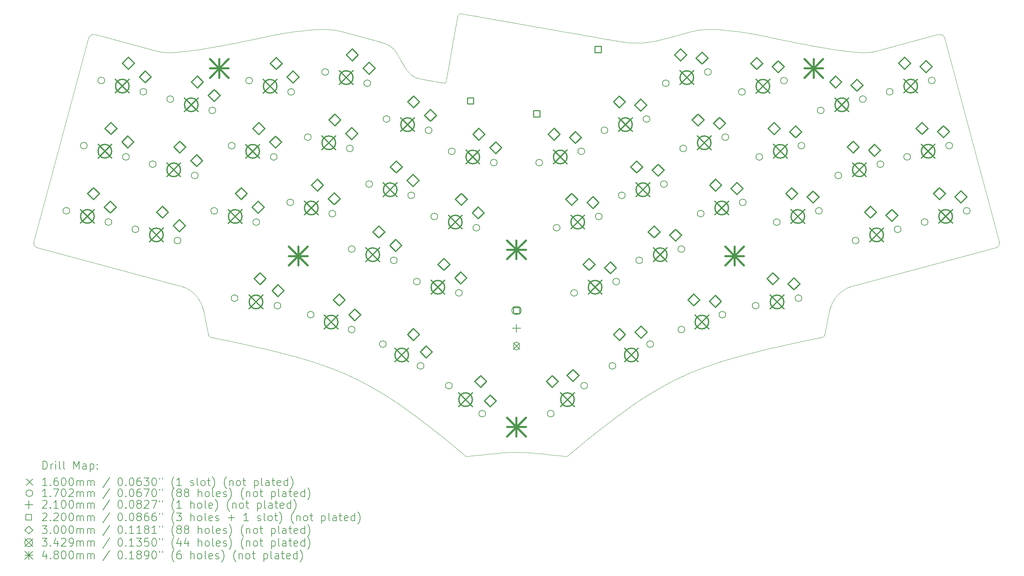
<source format=gbr>
%FSLAX45Y45*%
G04 Gerber Fmt 4.5, Leading zero omitted, Abs format (unit mm)*
G04 Created by KiCad (PCBNEW (6.0.0)) date 2023-08-21 19:05:25*
%MOMM*%
%LPD*%
G01*
G04 APERTURE LIST*
%ADD10C,0.100000*%
%TA.AperFunction,Profile*%
%ADD11C,0.100000*%
%TD*%
%ADD12C,0.200000*%
%ADD13C,0.160000*%
%ADD14C,0.170180*%
%ADD15C,0.210000*%
%ADD16C,0.220000*%
%ADD17C,0.300000*%
%ADD18C,0.342900*%
%ADD19C,0.480000*%
G04 APERTURE END LIST*
D10*
X12606000Y-6747000D02*
X12595899Y-6745230D01*
X12583807Y-6743111D01*
X12571908Y-6741026D01*
X12556372Y-6738304D01*
X12536715Y-6734859D01*
X12525189Y-6732840D01*
X12512452Y-6730608D01*
X12498441Y-6728153D01*
X12483097Y-6725464D01*
X12466359Y-6722531D01*
X12448167Y-6719343D01*
X12428459Y-6715890D01*
X12407176Y-6712161D01*
X12384256Y-6708144D01*
X12359639Y-6703831D01*
X12333264Y-6699209D01*
X12305072Y-6694269D01*
X12275000Y-6689000D01*
X11575000Y-6233000D02*
X11556953Y-6200893D01*
X11539869Y-6170345D01*
X11523642Y-6141300D01*
X11508169Y-6113699D01*
X11493345Y-6087486D01*
X11479066Y-6062602D01*
X11465228Y-6038990D01*
X11451726Y-6016594D01*
X11438457Y-5995354D01*
X11425315Y-5975214D01*
X11412198Y-5956117D01*
X11398999Y-5938004D01*
X11385615Y-5920818D01*
X11371943Y-5904502D01*
X11357876Y-5888999D01*
X11343312Y-5874250D01*
X11328146Y-5860198D01*
X11312274Y-5846787D01*
X11295591Y-5833957D01*
X11277993Y-5821652D01*
X11259376Y-5809815D01*
X11239636Y-5798387D01*
X11218667Y-5787312D01*
X11196367Y-5776531D01*
X11172631Y-5765988D01*
X11147354Y-5755624D01*
X11120432Y-5745383D01*
X11091761Y-5735207D01*
X11061236Y-5725038D01*
X11028754Y-5714819D01*
X10994210Y-5704492D01*
X10957500Y-5694000D01*
X16993000Y-5687000D02*
X17029934Y-5693582D01*
X17066341Y-5699817D01*
X17102286Y-5705682D01*
X17137834Y-5711158D01*
X17173051Y-5716225D01*
X17208000Y-5720862D01*
X17242748Y-5725049D01*
X17277359Y-5728766D01*
X17311899Y-5731991D01*
X17346431Y-5734706D01*
X17381022Y-5736890D01*
X17415736Y-5738521D01*
X17450639Y-5739581D01*
X17485794Y-5740048D01*
X17521268Y-5739903D01*
X17557125Y-5739125D01*
X17593430Y-5737693D01*
X17630249Y-5735588D01*
X17667646Y-5732789D01*
X17705686Y-5729275D01*
X17744434Y-5725027D01*
X17783955Y-5720024D01*
X17824315Y-5714246D01*
X17865578Y-5707672D01*
X17907809Y-5700282D01*
X17951074Y-5692056D01*
X17995437Y-5682973D01*
X18040963Y-5673014D01*
X18087717Y-5662157D01*
X18135765Y-5650382D01*
X18185171Y-5637670D01*
X18236000Y-5624000D01*
X22104500Y-13195000D02*
X21811846Y-13255910D01*
X21532917Y-13315132D01*
X21266966Y-13373030D01*
X21013244Y-13429967D01*
X20771005Y-13486305D01*
X20539500Y-13542407D01*
X20317982Y-13598638D01*
X20105703Y-13655359D01*
X19901916Y-13712935D01*
X19705873Y-13771727D01*
X19516827Y-13832100D01*
X19334029Y-13894416D01*
X19156733Y-13959038D01*
X18984190Y-14026330D01*
X18815653Y-14096655D01*
X18650375Y-14170375D01*
X18487607Y-14247854D01*
X18326603Y-14329455D01*
X18166614Y-14415541D01*
X18006893Y-14506475D01*
X17846692Y-14602620D01*
X17685263Y-14704339D01*
X17521860Y-14811996D01*
X17355734Y-14925953D01*
X17186138Y-15046574D01*
X17012324Y-15174221D01*
X16833545Y-15309259D01*
X16649053Y-15452049D01*
X16458100Y-15602955D01*
X16259938Y-15762340D01*
X16053821Y-15930567D01*
X15839000Y-16108000D01*
D11*
X26550000Y-10919000D02*
X22998000Y-11871000D01*
D10*
X13223000Y-16191000D02*
X13212674Y-16191298D01*
X13202405Y-16189482D01*
X13192041Y-16185704D01*
X13181428Y-16180119D01*
X13170412Y-16172879D01*
X13158842Y-16164138D01*
X13150744Y-16157553D01*
X13142286Y-16150413D01*
X13133422Y-16142766D01*
X13124107Y-16134655D01*
X13114295Y-16126127D01*
X13103941Y-16117227D01*
X13093000Y-16108000D01*
X13223000Y-16191000D02*
X13336306Y-16178467D01*
X13442718Y-16166742D01*
X13542696Y-16155826D01*
X13636699Y-16145719D01*
X13725187Y-16136420D01*
X13808620Y-16127930D01*
X13887456Y-16120248D01*
X13962156Y-16113375D01*
X14033180Y-16107310D01*
X14100986Y-16102055D01*
X14166034Y-16097607D01*
X14228785Y-16093969D01*
X14289697Y-16091139D01*
X14349231Y-16089117D01*
X14407845Y-16087904D01*
X14466000Y-16087500D01*
X14524155Y-16087904D01*
X14582769Y-16089117D01*
X14642302Y-16091139D01*
X14703215Y-16093969D01*
X14765965Y-16097607D01*
X14831014Y-16102055D01*
X14898820Y-16107310D01*
X14969844Y-16113375D01*
X15044544Y-16120248D01*
X15123380Y-16127930D01*
X15206813Y-16136420D01*
X15295301Y-16145719D01*
X15389304Y-16155826D01*
X15489282Y-16166742D01*
X15595694Y-16178467D01*
X15709000Y-16191000D01*
D11*
X6567000Y-12532000D02*
X6678000Y-13091000D01*
D10*
X22365000Y-12532000D02*
X22372503Y-12497127D01*
X22381118Y-12463196D01*
X22390811Y-12430203D01*
X22401551Y-12398146D01*
X22413306Y-12367024D01*
X22426044Y-12336832D01*
X22439734Y-12307570D01*
X22454344Y-12279234D01*
X22469841Y-12251823D01*
X22486194Y-12225334D01*
X22503371Y-12199764D01*
X22521340Y-12175111D01*
X22540069Y-12151373D01*
X22559527Y-12128548D01*
X22579681Y-12106633D01*
X22600500Y-12085625D01*
X22621952Y-12065522D01*
X22644004Y-12046323D01*
X22666626Y-12028024D01*
X22689785Y-12010623D01*
X22713449Y-11994118D01*
X22737587Y-11978506D01*
X22762167Y-11963785D01*
X22787156Y-11949953D01*
X22812523Y-11937007D01*
X22838237Y-11924945D01*
X22864264Y-11913764D01*
X22890574Y-11903463D01*
X22917134Y-11894038D01*
X22943913Y-11885487D01*
X22970879Y-11877809D01*
X22998000Y-11871000D01*
X22254000Y-13091000D02*
X22250250Y-13105824D01*
X22245751Y-13118889D01*
X22240503Y-13130333D01*
X22234508Y-13140297D01*
X22227765Y-13148919D01*
X22220276Y-13156338D01*
X22212042Y-13162694D01*
X22203063Y-13168125D01*
X22193339Y-13172771D01*
X22182872Y-13176771D01*
X22171662Y-13180265D01*
X22159711Y-13183391D01*
X22147018Y-13186288D01*
X22133585Y-13189096D01*
X22119412Y-13191953D01*
X22104500Y-13195000D01*
X6567000Y-12532000D02*
X6559496Y-12497127D01*
X6550882Y-12463196D01*
X6541189Y-12430203D01*
X6530449Y-12398146D01*
X6518694Y-12367024D01*
X6505955Y-12336832D01*
X6492266Y-12307570D01*
X6477656Y-12279234D01*
X6462159Y-12251823D01*
X6445806Y-12225334D01*
X6428629Y-12199764D01*
X6410660Y-12175111D01*
X6391931Y-12151373D01*
X6372473Y-12128548D01*
X6352319Y-12106633D01*
X6331500Y-12085625D01*
X6310048Y-12065522D01*
X6287996Y-12046323D01*
X6265374Y-12028024D01*
X6242215Y-12010623D01*
X6218550Y-11994118D01*
X6194412Y-11978506D01*
X6169833Y-11963785D01*
X6144844Y-11949953D01*
X6119476Y-11937007D01*
X6093763Y-11924945D01*
X6067736Y-11913764D01*
X6041426Y-11903463D01*
X6014865Y-11894038D01*
X5988086Y-11885487D01*
X5961121Y-11877809D01*
X5934000Y-11871000D01*
X15709000Y-16191000D02*
X15719326Y-16191298D01*
X15729595Y-16189482D01*
X15739959Y-16185704D01*
X15750572Y-16180119D01*
X15761587Y-16172879D01*
X15773158Y-16164138D01*
X15781256Y-16157553D01*
X15789714Y-16150413D01*
X15798578Y-16142766D01*
X15807893Y-16134655D01*
X15817705Y-16126127D01*
X15828059Y-16117227D01*
X15839000Y-16108000D01*
X25099500Y-5527000D02*
X25109671Y-5524658D01*
X25120755Y-5522938D01*
X25132572Y-5521920D01*
X25144945Y-5521688D01*
X25157696Y-5522322D01*
X25170647Y-5523906D01*
X25183620Y-5526521D01*
X25196437Y-5530250D01*
X25208920Y-5535174D01*
X25220892Y-5541375D01*
X25232173Y-5548936D01*
X25242586Y-5557938D01*
X25251953Y-5568463D01*
X25260097Y-5580594D01*
X25266838Y-5594412D01*
X25272000Y-5610000D01*
D11*
X25272000Y-5610000D02*
X26654000Y-10755000D01*
D10*
X26654000Y-10755000D02*
X26657347Y-10774156D01*
X26658514Y-10791906D01*
X26657685Y-10808297D01*
X26655047Y-10823375D01*
X26650786Y-10837188D01*
X26645088Y-10849781D01*
X26638139Y-10861203D01*
X26630125Y-10871500D01*
X26621232Y-10880719D01*
X26611646Y-10888906D01*
X26601554Y-10896109D01*
X26591141Y-10902375D01*
X26580592Y-10907750D01*
X26570096Y-10912281D01*
X26559836Y-10916016D01*
X26550000Y-10919000D01*
X2278000Y-10755000D02*
X2274653Y-10774156D01*
X2273486Y-10791906D01*
X2274315Y-10808297D01*
X2276953Y-10823375D01*
X2281214Y-10837188D01*
X2286912Y-10849781D01*
X2293861Y-10861203D01*
X2301875Y-10871500D01*
X2310768Y-10880719D01*
X2320354Y-10888906D01*
X2330446Y-10896109D01*
X2340859Y-10902375D01*
X2351407Y-10907750D01*
X2361904Y-10912281D01*
X2372164Y-10916016D01*
X2382000Y-10919000D01*
X3833000Y-5527000D02*
X3822740Y-5524658D01*
X3811580Y-5522938D01*
X3799696Y-5521920D01*
X3787266Y-5521688D01*
X3774466Y-5522322D01*
X3761475Y-5523906D01*
X3748468Y-5526521D01*
X3735625Y-5530250D01*
X3723121Y-5535174D01*
X3711135Y-5541375D01*
X3699842Y-5548936D01*
X3689422Y-5557938D01*
X3680050Y-5568463D01*
X3671904Y-5580594D01*
X3665162Y-5594412D01*
X3660000Y-5610000D01*
D11*
X3660000Y-5610000D02*
X2278000Y-10755000D01*
D10*
X6678000Y-13091000D02*
X6681750Y-13105824D01*
X6686249Y-13118889D01*
X6691497Y-13130333D01*
X6697492Y-13140297D01*
X6704235Y-13148919D01*
X6711724Y-13156338D01*
X6719958Y-13162694D01*
X6728937Y-13168125D01*
X6738661Y-13172771D01*
X6749128Y-13176771D01*
X6760337Y-13180265D01*
X6772289Y-13183391D01*
X6784982Y-13186288D01*
X6798415Y-13189096D01*
X6812588Y-13191953D01*
X6827500Y-13195000D01*
X10020000Y-5442500D02*
X9959751Y-5428868D01*
X9896026Y-5417792D01*
X9829141Y-5409140D01*
X9759412Y-5402782D01*
X9687154Y-5398587D01*
X9612682Y-5396422D01*
X9536312Y-5396158D01*
X9458359Y-5397664D01*
X9379140Y-5400808D01*
X9298969Y-5405460D01*
X9218161Y-5411487D01*
X9137033Y-5418761D01*
X9055900Y-5427148D01*
X8975077Y-5436519D01*
X8894881Y-5446743D01*
X8815625Y-5457688D01*
X8737626Y-5469223D01*
X8661200Y-5481217D01*
X8586661Y-5493540D01*
X8514326Y-5506060D01*
X8444510Y-5518646D01*
X8377527Y-5531167D01*
X8313695Y-5543493D01*
X8253328Y-5555492D01*
X8196742Y-5567033D01*
X8144252Y-5577986D01*
X8096173Y-5588219D01*
X8052822Y-5597600D01*
X8014514Y-5606001D01*
X7981564Y-5613288D01*
X7954287Y-5619331D01*
X7933000Y-5624000D01*
D11*
X5395000Y-5945000D02*
X3833000Y-5527000D01*
D10*
X7933000Y-5624000D02*
X7732923Y-5666006D01*
X7544118Y-5704729D01*
X7366236Y-5740292D01*
X7198929Y-5772816D01*
X7041849Y-5802424D01*
X6894648Y-5829238D01*
X6756978Y-5853379D01*
X6628492Y-5874969D01*
X6508841Y-5894130D01*
X6397677Y-5910985D01*
X6294652Y-5925655D01*
X6199419Y-5938262D01*
X6111629Y-5948928D01*
X6030934Y-5957775D01*
X5956986Y-5964925D01*
X5889437Y-5970500D01*
X5827940Y-5974622D01*
X5772146Y-5977412D01*
X5721708Y-5978994D01*
X5676276Y-5979488D01*
X5635504Y-5979017D01*
X5599043Y-5977703D01*
X5566546Y-5975667D01*
X5537664Y-5973031D01*
X5512049Y-5969918D01*
X5489354Y-5966450D01*
X5469230Y-5962747D01*
X5451329Y-5958933D01*
X5435304Y-5955130D01*
X5420806Y-5951458D01*
X5407487Y-5948041D01*
X5395000Y-5945000D01*
X18912500Y-5442500D02*
X18972749Y-5428868D01*
X19036474Y-5417792D01*
X19103359Y-5409140D01*
X19173088Y-5402782D01*
X19245346Y-5398587D01*
X19319818Y-5396422D01*
X19396188Y-5396158D01*
X19474141Y-5397664D01*
X19553360Y-5400808D01*
X19633531Y-5405460D01*
X19714339Y-5411487D01*
X19795467Y-5418761D01*
X19876600Y-5427148D01*
X19957423Y-5436519D01*
X20037619Y-5446743D01*
X20116875Y-5457688D01*
X20194874Y-5469223D01*
X20271300Y-5481217D01*
X20345839Y-5493540D01*
X20418174Y-5506060D01*
X20487990Y-5518646D01*
X20554972Y-5531167D01*
X20618805Y-5543493D01*
X20679172Y-5555492D01*
X20735758Y-5567033D01*
X20788248Y-5577986D01*
X20836327Y-5588219D01*
X20879678Y-5597600D01*
X20917986Y-5606001D01*
X20950936Y-5613288D01*
X20978213Y-5619331D01*
X20999500Y-5624000D01*
D11*
X23537500Y-5945000D02*
X25099500Y-5527000D01*
D10*
X20999500Y-5624000D02*
X21199555Y-5666006D01*
X21388300Y-5704729D01*
X21566085Y-5740292D01*
X21733264Y-5772816D01*
X21890188Y-5802424D01*
X22037209Y-5829238D01*
X22174680Y-5853379D01*
X22302953Y-5874969D01*
X22422380Y-5894130D01*
X22533312Y-5910985D01*
X22636103Y-5925655D01*
X22731103Y-5938262D01*
X22818666Y-5948928D01*
X22899144Y-5957775D01*
X22972888Y-5964925D01*
X23040250Y-5970500D01*
X23101583Y-5974622D01*
X23157239Y-5977412D01*
X23207570Y-5978994D01*
X23252928Y-5979488D01*
X23293665Y-5979017D01*
X23330133Y-5977703D01*
X23362685Y-5975667D01*
X23391672Y-5973031D01*
X23417447Y-5969918D01*
X23440361Y-5966450D01*
X23460767Y-5962747D01*
X23479017Y-5958933D01*
X23495464Y-5955130D01*
X23510458Y-5951458D01*
X23524353Y-5948041D01*
X23537500Y-5945000D01*
D11*
X18912500Y-5442500D02*
X18236000Y-5624000D01*
D10*
X11575000Y-6233000D02*
X11596531Y-6269569D01*
X11617303Y-6303775D01*
X11637394Y-6335711D01*
X11656881Y-6365469D01*
X11675843Y-6393140D01*
X11694358Y-6418818D01*
X11712504Y-6442595D01*
X11730359Y-6464562D01*
X11748002Y-6484813D01*
X11765511Y-6503439D01*
X11782964Y-6520533D01*
X11800439Y-6536187D01*
X11818015Y-6550494D01*
X11835769Y-6563545D01*
X11853779Y-6575433D01*
X11872125Y-6586250D01*
X11890884Y-6596089D01*
X11910133Y-6605041D01*
X11929953Y-6613199D01*
X11950420Y-6620656D01*
X11971613Y-6627504D01*
X11993610Y-6633834D01*
X12016489Y-6639739D01*
X12040328Y-6645312D01*
X12065206Y-6650645D01*
X12091201Y-6655830D01*
X12118391Y-6660959D01*
X12146853Y-6666125D01*
X12176668Y-6671420D01*
X12207911Y-6676935D01*
X12240663Y-6682765D01*
X12275000Y-6689000D01*
X6827500Y-13195000D02*
X7120154Y-13255910D01*
X7399083Y-13315132D01*
X7665034Y-13373030D01*
X7918756Y-13429967D01*
X8160995Y-13486305D01*
X8392500Y-13542407D01*
X8614018Y-13598638D01*
X8826297Y-13655359D01*
X9030084Y-13712935D01*
X9226127Y-13771727D01*
X9415173Y-13832100D01*
X9597971Y-13894416D01*
X9775267Y-13959038D01*
X9947810Y-14026330D01*
X10116347Y-14096655D01*
X10281625Y-14170375D01*
X10444393Y-14247854D01*
X10605397Y-14329455D01*
X10765386Y-14415541D01*
X10925107Y-14506475D01*
X11085308Y-14602620D01*
X11246736Y-14704339D01*
X11410140Y-14811996D01*
X11576266Y-14925953D01*
X11745862Y-15046574D01*
X11919675Y-15174221D01*
X12098455Y-15309259D01*
X12282947Y-15452049D01*
X12473900Y-15602955D01*
X12672062Y-15762340D01*
X12878179Y-15930567D01*
X13093000Y-16108000D01*
X16993000Y-5687000D02*
X16919035Y-5674295D01*
X16831523Y-5659180D01*
X16731505Y-5641838D01*
X16620025Y-5622455D01*
X16498125Y-5601215D01*
X16366847Y-5578303D01*
X16227234Y-5553905D01*
X16080328Y-5528203D01*
X15927171Y-5501384D01*
X15768807Y-5473632D01*
X15606276Y-5445132D01*
X15440623Y-5416068D01*
X15272889Y-5386626D01*
X15104116Y-5356990D01*
X14935347Y-5327345D01*
X14767625Y-5297875D01*
X14601992Y-5268766D01*
X14439489Y-5240201D01*
X14281161Y-5212367D01*
X14128049Y-5185447D01*
X13981195Y-5159627D01*
X13841642Y-5135091D01*
X13710433Y-5112023D01*
X13588609Y-5090609D01*
X13477214Y-5071034D01*
X13377289Y-5053482D01*
X13289878Y-5038137D01*
X13216021Y-5025186D01*
X13156763Y-5014811D01*
X13113145Y-5007199D01*
X13086210Y-5002534D01*
X13077000Y-5001000D01*
X12606000Y-6747000D02*
X12620201Y-6749027D01*
X12633017Y-6749507D01*
X12644489Y-6748474D01*
X12654656Y-6745963D01*
X12666250Y-6740375D01*
X12675687Y-6732303D01*
X12683062Y-6721828D01*
X12687297Y-6712445D01*
X12690463Y-6701791D01*
X12692000Y-6694000D01*
D11*
X22365000Y-12532000D02*
X22254000Y-13091000D01*
X2382000Y-10919000D02*
X5934000Y-11871000D01*
X10020000Y-5442500D02*
X10957500Y-5694000D01*
D10*
X12980000Y-5050000D02*
X12953835Y-5199359D01*
X12929305Y-5339386D01*
X12906356Y-5470382D01*
X12884937Y-5592648D01*
X12864995Y-5706486D01*
X12846476Y-5812196D01*
X12829329Y-5910080D01*
X12813500Y-6000437D01*
X12798936Y-6083571D01*
X12785586Y-6159780D01*
X12773395Y-6229367D01*
X12762312Y-6292633D01*
X12752284Y-6349878D01*
X12743258Y-6401403D01*
X12735181Y-6447510D01*
X12728000Y-6488500D01*
X12721663Y-6524673D01*
X12716117Y-6556331D01*
X12711309Y-6583774D01*
X12707187Y-6607305D01*
X12703698Y-6627222D01*
X12700789Y-6643829D01*
X12698407Y-6657425D01*
X12696500Y-6668312D01*
X12693898Y-6683163D01*
X12692070Y-6693599D01*
X12692000Y-6694000D01*
X13077000Y-5001000D02*
X13066757Y-4999631D01*
X13055908Y-4999009D01*
X13044747Y-4999304D01*
X13033564Y-5000684D01*
X13022652Y-5003315D01*
X13012301Y-5007368D01*
X13002805Y-5013009D01*
X12994453Y-5020406D01*
X12987539Y-5029729D01*
X12982353Y-5041144D01*
X12980000Y-5050000D01*
D12*
D13*
X14386000Y-13320000D02*
X14546000Y-13480000D01*
X14546000Y-13320000D02*
X14386000Y-13480000D01*
D12*
X14536000Y-13430000D02*
X14536000Y-13370000D01*
X14396000Y-13430000D02*
X14396000Y-13370000D01*
X14536000Y-13370000D02*
G75*
G03*
X14396000Y-13370000I-70000J0D01*
G01*
X14396000Y-13430000D02*
G75*
G03*
X14536000Y-13430000I70000J0D01*
G01*
D14*
X3183736Y-9981007D02*
G75*
G03*
X3183736Y-9981007I-85090J0D01*
G01*
X3625119Y-8332202D02*
G75*
G03*
X3625119Y-8332202I-85090J0D01*
G01*
X4065243Y-6686298D02*
G75*
G03*
X4065243Y-6686298I-85090J0D01*
G01*
X4246255Y-10265708D02*
G75*
G03*
X4246255Y-10265708I-85090J0D01*
G01*
X4687637Y-8616903D02*
G75*
G03*
X4687637Y-8616903I-85090J0D01*
G01*
X4926607Y-10448688D02*
G75*
G03*
X4926607Y-10448688I-85090J0D01*
G01*
X5127762Y-6970999D02*
G75*
G03*
X5127762Y-6970999I-85090J0D01*
G01*
X5363656Y-8803519D02*
G75*
G03*
X5363656Y-8803519I-85090J0D01*
G01*
X5806770Y-7157877D02*
G75*
G03*
X5806770Y-7157877I-85090J0D01*
G01*
X5989126Y-10733389D02*
G75*
G03*
X5989126Y-10733389I-85090J0D01*
G01*
X6426175Y-9088220D02*
G75*
G03*
X6426175Y-9088220I-85090J0D01*
G01*
X6869288Y-7442578D02*
G75*
G03*
X6869288Y-7442578I-85090J0D01*
G01*
X6916823Y-9982373D02*
G75*
G03*
X6916823Y-9982373I-85090J0D01*
G01*
X7358118Y-8334564D02*
G75*
G03*
X7358118Y-8334564I-85090J0D01*
G01*
X7430837Y-12189493D02*
G75*
G03*
X7430837Y-12189493I-85090J0D01*
G01*
X7798156Y-6689656D02*
G75*
G03*
X7798156Y-6689656I-85090J0D01*
G01*
X7979341Y-10267074D02*
G75*
G03*
X7979341Y-10267074I-85090J0D01*
G01*
X8420636Y-8619265D02*
G75*
G03*
X8420636Y-8619265I-85090J0D01*
G01*
X8514125Y-12380506D02*
G75*
G03*
X8514125Y-12380506I-85090J0D01*
G01*
X8837564Y-9768161D02*
G75*
G03*
X8837564Y-9768161I-85090J0D01*
G01*
X8860674Y-6974357D02*
G75*
G03*
X8860674Y-6974357I-85090J0D01*
G01*
X9279482Y-8119403D02*
G75*
G03*
X9279482Y-8119403I-85090J0D01*
G01*
X9353430Y-12606625D02*
G75*
G03*
X9353430Y-12606625I-85090J0D01*
G01*
X9719781Y-6471507D02*
G75*
G03*
X9719781Y-6471507I-85090J0D01*
G01*
X9900082Y-10052862D02*
G75*
G03*
X9900082Y-10052862I-85090J0D01*
G01*
X10342000Y-8404104D02*
G75*
G03*
X10342000Y-8404104I-85090J0D01*
G01*
X10387092Y-12982847D02*
G75*
G03*
X10387092Y-12982847I-85090J0D01*
G01*
X10389814Y-10948741D02*
G75*
G03*
X10389814Y-10948741I-85090J0D01*
G01*
X10782299Y-6756208D02*
G75*
G03*
X10782299Y-6756208I-85090J0D01*
G01*
X10829677Y-9305826D02*
G75*
G03*
X10829677Y-9305826I-85090J0D01*
G01*
X11175912Y-13351919D02*
G75*
G03*
X11175912Y-13351919I-85090J0D01*
G01*
X11268719Y-7660831D02*
G75*
G03*
X11268719Y-7660831I-85090J0D01*
G01*
X11452332Y-11233442D02*
G75*
G03*
X11452332Y-11233442I-85090J0D01*
G01*
X11892196Y-9590527D02*
G75*
G03*
X11892196Y-9590527I-85090J0D01*
G01*
X12034390Y-11771205D02*
G75*
G03*
X12034390Y-11771205I-85090J0D01*
G01*
X12128540Y-13901919D02*
G75*
G03*
X12128540Y-13901919I-85090J0D01*
G01*
X12331237Y-7945532D02*
G75*
G03*
X12331237Y-7945532I-85090J0D01*
G01*
X12474601Y-10124305D02*
G75*
G03*
X12474601Y-10124305I-85090J0D01*
G01*
X12843266Y-14401860D02*
G75*
G03*
X12843266Y-14401860I-85090J0D01*
G01*
X12915722Y-8478488D02*
G75*
G03*
X12915722Y-8478488I-85090J0D01*
G01*
X13096908Y-12055906D02*
G75*
G03*
X13096908Y-12055906I-85090J0D01*
G01*
X13537120Y-10409006D02*
G75*
G03*
X13537120Y-10409006I-85090J0D01*
G01*
X13685914Y-15108926D02*
G75*
G03*
X13685914Y-15108926I-85090J0D01*
G01*
X13978241Y-8763189D02*
G75*
G03*
X13978241Y-8763189I-85090J0D01*
G01*
X15124127Y-8763181D02*
G75*
G03*
X15124127Y-8763181I-85090J0D01*
G01*
X15416355Y-15108926D02*
G75*
G03*
X15416355Y-15108926I-85090J0D01*
G01*
X15565248Y-10408998D02*
G75*
G03*
X15565248Y-10408998I-85090J0D01*
G01*
X16005460Y-12055898D02*
G75*
G03*
X16005460Y-12055898I-85090J0D01*
G01*
X16186645Y-8478480D02*
G75*
G03*
X16186645Y-8478480I-85090J0D01*
G01*
X16259004Y-14401860D02*
G75*
G03*
X16259004Y-14401860I-85090J0D01*
G01*
X16627766Y-10124297D02*
G75*
G03*
X16627766Y-10124297I-85090J0D01*
G01*
X16771131Y-7945524D02*
G75*
G03*
X16771131Y-7945524I-85090J0D01*
G01*
X16973085Y-13901919D02*
G75*
G03*
X16973085Y-13901919I-85090J0D01*
G01*
X17067978Y-11771197D02*
G75*
G03*
X17067978Y-11771197I-85090J0D01*
G01*
X17210172Y-9590519D02*
G75*
G03*
X17210172Y-9590519I-85090J0D01*
G01*
X17650036Y-11233434D02*
G75*
G03*
X17650036Y-11233434I-85090J0D01*
G01*
X17833649Y-7660823D02*
G75*
G03*
X17833649Y-7660823I-85090J0D01*
G01*
X17925713Y-13351919D02*
G75*
G03*
X17925713Y-13351919I-85090J0D01*
G01*
X18272691Y-9305818D02*
G75*
G03*
X18272691Y-9305818I-85090J0D01*
G01*
X18320069Y-6756199D02*
G75*
G03*
X18320069Y-6756199I-85090J0D01*
G01*
X18712554Y-10948733D02*
G75*
G03*
X18712554Y-10948733I-85090J0D01*
G01*
X18715143Y-12982847D02*
G75*
G03*
X18715143Y-12982847I-85090J0D01*
G01*
X18760368Y-8404096D02*
G75*
G03*
X18760368Y-8404096I-85090J0D01*
G01*
X19201750Y-10052901D02*
G75*
G03*
X19201750Y-10052901I-85090J0D01*
G01*
X19382587Y-6471498D02*
G75*
G03*
X19382587Y-6471498I-85090J0D01*
G01*
X19748804Y-12606625D02*
G75*
G03*
X19748804Y-12606625I-85090J0D01*
G01*
X19822886Y-8119394D02*
G75*
G03*
X19822886Y-8119394I-85090J0D01*
G01*
X20241694Y-6974349D02*
G75*
G03*
X20241694Y-6974349I-85090J0D01*
G01*
X20264268Y-9768200D02*
G75*
G03*
X20264268Y-9768200I-85090J0D01*
G01*
X20588446Y-12380506D02*
G75*
G03*
X20588446Y-12380506I-85090J0D01*
G01*
X20681732Y-8619256D02*
G75*
G03*
X20681732Y-8619256I-85090J0D01*
G01*
X21123027Y-10267065D02*
G75*
G03*
X21123027Y-10267065I-85090J0D01*
G01*
X21304212Y-6689648D02*
G75*
G03*
X21304212Y-6689648I-85090J0D01*
G01*
X21671734Y-12189493D02*
G75*
G03*
X21671734Y-12189493I-85090J0D01*
G01*
X21744250Y-8334555D02*
G75*
G03*
X21744250Y-8334555I-85090J0D01*
G01*
X22185545Y-9982364D02*
G75*
G03*
X22185545Y-9982364I-85090J0D01*
G01*
X22233080Y-7442570D02*
G75*
G03*
X22233080Y-7442570I-85090J0D01*
G01*
X22676193Y-9088212D02*
G75*
G03*
X22676193Y-9088212I-85090J0D01*
G01*
X23113242Y-10733381D02*
G75*
G03*
X23113242Y-10733381I-85090J0D01*
G01*
X23295598Y-7157869D02*
G75*
G03*
X23295598Y-7157869I-85090J0D01*
G01*
X23738712Y-8803511D02*
G75*
G03*
X23738712Y-8803511I-85090J0D01*
G01*
X23974606Y-6970991D02*
G75*
G03*
X23974606Y-6970991I-85090J0D01*
G01*
X24175761Y-10448680D02*
G75*
G03*
X24175761Y-10448680I-85090J0D01*
G01*
X24414731Y-8616895D02*
G75*
G03*
X24414731Y-8616895I-85090J0D01*
G01*
X24856113Y-10265700D02*
G75*
G03*
X24856113Y-10265700I-85090J0D01*
G01*
X25037124Y-6686290D02*
G75*
G03*
X25037124Y-6686290I-85090J0D01*
G01*
X25477249Y-8332194D02*
G75*
G03*
X25477249Y-8332194I-85090J0D01*
G01*
X25918632Y-9980999D02*
G75*
G03*
X25918632Y-9980999I-85090J0D01*
G01*
D15*
X14466000Y-12845000D02*
X14466000Y-13055000D01*
X14361000Y-12950000D02*
X14571000Y-12950000D01*
D16*
X13377782Y-7277782D02*
X13377782Y-7122217D01*
X13222217Y-7122217D01*
X13222217Y-7277782D01*
X13377782Y-7277782D01*
X14543782Y-12577782D02*
X14543782Y-12422217D01*
X14388217Y-12422217D01*
X14388217Y-12577782D01*
X14543782Y-12577782D01*
D12*
X14446000Y-12600000D02*
X14486000Y-12600000D01*
X14446000Y-12400000D02*
X14486000Y-12400000D01*
X14486000Y-12600000D02*
G75*
G03*
X14486000Y-12400000I0J100000D01*
G01*
X14446000Y-12400000D02*
G75*
G03*
X14446000Y-12600000I0J-100000D01*
G01*
D16*
X15052782Y-7602782D02*
X15052782Y-7447217D01*
X14897217Y-7447217D01*
X14897217Y-7602782D01*
X15052782Y-7602782D01*
X16602782Y-5977782D02*
X16602782Y-5822217D01*
X16447217Y-5822217D01*
X16447217Y-5977782D01*
X16602782Y-5977782D01*
D17*
X3783903Y-9698632D02*
X3933903Y-9548632D01*
X3783903Y-9398632D01*
X3633903Y-9548632D01*
X3783903Y-9698632D01*
X4209926Y-10040545D02*
X4359926Y-9890545D01*
X4209926Y-9740545D01*
X4059925Y-9890545D01*
X4209926Y-10040545D01*
X4225285Y-8049827D02*
X4375285Y-7899827D01*
X4225285Y-7749827D01*
X4075285Y-7899827D01*
X4225285Y-8049827D01*
X4651308Y-8391740D02*
X4801308Y-8241740D01*
X4651308Y-8091740D01*
X4501308Y-8241740D01*
X4651308Y-8391740D01*
X4665410Y-6403923D02*
X4815410Y-6253923D01*
X4665410Y-6103923D01*
X4515410Y-6253923D01*
X4665410Y-6403923D01*
X5091433Y-6745836D02*
X5241433Y-6595836D01*
X5091433Y-6445836D01*
X4941433Y-6595836D01*
X5091433Y-6745836D01*
X5526774Y-10166313D02*
X5676774Y-10016313D01*
X5526774Y-9866313D01*
X5376774Y-10016313D01*
X5526774Y-10166313D01*
X5952796Y-10508226D02*
X6102796Y-10358226D01*
X5952796Y-10208226D01*
X5802796Y-10358226D01*
X5952796Y-10508226D01*
X5963823Y-8521144D02*
X6113823Y-8371144D01*
X5963823Y-8221144D01*
X5813823Y-8371144D01*
X5963823Y-8521144D01*
X6389846Y-8863057D02*
X6539846Y-8713057D01*
X6389846Y-8563057D01*
X6239846Y-8713057D01*
X6389846Y-8863057D01*
X6406936Y-6875502D02*
X6556936Y-6725502D01*
X6406936Y-6575502D01*
X6256936Y-6725502D01*
X6406936Y-6875502D01*
X6832959Y-7217415D02*
X6982959Y-7067415D01*
X6832959Y-6917415D01*
X6682959Y-7067415D01*
X6832959Y-7217415D01*
X7516989Y-9699997D02*
X7666989Y-9549997D01*
X7516989Y-9399997D01*
X7366989Y-9549997D01*
X7516989Y-9699997D01*
X7943012Y-10041910D02*
X8093012Y-9891910D01*
X7943012Y-9741910D01*
X7793012Y-9891910D01*
X7943012Y-10041910D01*
X7958284Y-8052188D02*
X8108284Y-7902188D01*
X7958284Y-7752188D01*
X7808284Y-7902188D01*
X7958284Y-8052188D01*
X7990712Y-11849039D02*
X8140712Y-11699039D01*
X7990712Y-11549039D01*
X7840712Y-11699039D01*
X7990712Y-11849039D01*
X8384307Y-8394101D02*
X8534307Y-8244101D01*
X8384307Y-8094101D01*
X8234307Y-8244101D01*
X8384307Y-8394101D01*
X8398322Y-6407281D02*
X8548322Y-6257281D01*
X8398322Y-6107281D01*
X8248322Y-6257281D01*
X8398322Y-6407281D01*
X8444913Y-12152521D02*
X8594913Y-12002521D01*
X8444913Y-11852521D01*
X8294913Y-12002521D01*
X8444913Y-12152521D01*
X8824345Y-6749194D02*
X8974345Y-6599194D01*
X8824345Y-6449194D01*
X8674345Y-6599194D01*
X8824345Y-6749194D01*
X9437730Y-9485786D02*
X9587730Y-9335786D01*
X9437730Y-9185786D01*
X9287730Y-9335786D01*
X9437730Y-9485786D01*
X9863753Y-9827699D02*
X10013753Y-9677699D01*
X9863753Y-9527699D01*
X9713753Y-9677699D01*
X9863753Y-9827699D01*
X9879648Y-7837027D02*
X10029648Y-7687027D01*
X9879648Y-7537027D01*
X9729648Y-7687027D01*
X9879648Y-7837027D01*
X9988673Y-12385619D02*
X10138673Y-12235619D01*
X9988673Y-12085619D01*
X9838673Y-12235619D01*
X9988673Y-12385619D01*
X10305671Y-8178940D02*
X10455671Y-8028940D01*
X10305671Y-7878940D01*
X10155671Y-8028940D01*
X10305671Y-8178940D01*
X10319947Y-6189131D02*
X10469947Y-6039131D01*
X10319947Y-5889131D01*
X10169947Y-6039131D01*
X10319947Y-6189131D01*
X10383275Y-12763361D02*
X10533275Y-12613361D01*
X10383275Y-12463361D01*
X10233275Y-12613361D01*
X10383275Y-12763361D01*
X10745970Y-6531044D02*
X10895970Y-6381044D01*
X10745970Y-6231044D01*
X10595970Y-6381044D01*
X10745970Y-6531044D01*
X10989980Y-10666366D02*
X11139980Y-10516366D01*
X10989980Y-10366366D01*
X10839980Y-10516366D01*
X10989980Y-10666366D01*
X11416003Y-11008279D02*
X11566003Y-10858279D01*
X11416003Y-10708279D01*
X11266003Y-10858279D01*
X11416003Y-11008279D01*
X11429844Y-9023450D02*
X11579844Y-8873450D01*
X11429844Y-8723450D01*
X11279844Y-8873450D01*
X11429844Y-9023450D01*
X11855866Y-9365364D02*
X12005866Y-9215364D01*
X11855866Y-9065364D01*
X11705866Y-9215364D01*
X11855866Y-9365364D01*
X11864636Y-13261634D02*
X12014636Y-13111634D01*
X11864636Y-12961634D01*
X11714636Y-13111634D01*
X11864636Y-13261634D01*
X11868885Y-7378456D02*
X12018885Y-7228456D01*
X11868885Y-7078456D01*
X11718885Y-7228456D01*
X11868885Y-7378456D01*
X12187649Y-13702160D02*
X12337649Y-13552160D01*
X12187649Y-13402160D01*
X12037649Y-13552160D01*
X12187649Y-13702160D01*
X12294908Y-7720369D02*
X12444908Y-7570369D01*
X12294908Y-7420369D01*
X12144908Y-7570369D01*
X12294908Y-7720369D01*
X12634556Y-11488830D02*
X12784556Y-11338830D01*
X12634556Y-11188830D01*
X12484556Y-11338830D01*
X12634556Y-11488830D01*
X13060579Y-11830743D02*
X13210579Y-11680743D01*
X13060579Y-11530743D01*
X12910579Y-11680743D01*
X13060579Y-11830743D01*
X13074768Y-9841930D02*
X13224768Y-9691930D01*
X13074768Y-9541930D01*
X12924768Y-9691930D01*
X13074768Y-9841930D01*
X13500791Y-10183843D02*
X13650791Y-10033843D01*
X13500791Y-9883843D01*
X13350791Y-10033843D01*
X13500791Y-10183843D01*
X13515889Y-8196113D02*
X13665889Y-8046113D01*
X13515889Y-7896113D01*
X13365889Y-8046113D01*
X13515889Y-8196113D01*
X13561959Y-14449597D02*
X13711959Y-14299597D01*
X13561959Y-14149597D01*
X13411959Y-14299597D01*
X13561959Y-14449597D01*
X13803568Y-14939520D02*
X13953568Y-14789520D01*
X13803568Y-14639520D01*
X13653568Y-14789520D01*
X13803568Y-14939520D01*
X13941912Y-8538026D02*
X14091912Y-8388026D01*
X13941912Y-8238026D01*
X13791912Y-8388026D01*
X13941912Y-8538026D01*
X15370131Y-14449597D02*
X15520131Y-14299597D01*
X15370131Y-14149597D01*
X15220131Y-14299597D01*
X15370131Y-14449597D01*
X15416299Y-8196105D02*
X15566299Y-8046105D01*
X15416299Y-7896105D01*
X15266299Y-8046105D01*
X15416299Y-8196105D01*
X15857420Y-9841921D02*
X16007420Y-9691921D01*
X15857420Y-9541921D01*
X15707420Y-9691921D01*
X15857420Y-9841921D01*
X15894567Y-14296733D02*
X16044567Y-14146733D01*
X15894567Y-13996733D01*
X15744567Y-14146733D01*
X15894567Y-14296733D01*
X15956202Y-8279199D02*
X16106202Y-8129199D01*
X15956202Y-7979199D01*
X15806202Y-8129199D01*
X15956202Y-8279199D01*
X16297632Y-11488821D02*
X16447632Y-11338821D01*
X16297632Y-11188821D01*
X16147632Y-11338821D01*
X16297632Y-11488821D01*
X16397323Y-9925016D02*
X16547323Y-9775016D01*
X16397323Y-9625016D01*
X16247323Y-9775016D01*
X16397323Y-9925016D01*
X16837535Y-11571916D02*
X16987535Y-11421916D01*
X16837535Y-11271916D01*
X16687535Y-11421916D01*
X16837535Y-11571916D01*
X17063303Y-7378447D02*
X17213303Y-7228447D01*
X17063303Y-7078447D01*
X16913303Y-7228447D01*
X17063303Y-7378447D01*
X17066809Y-13261634D02*
X17216809Y-13111634D01*
X17066809Y-12961634D01*
X16916809Y-13111634D01*
X17066809Y-13261634D01*
X17502344Y-9023442D02*
X17652344Y-8873442D01*
X17502344Y-8723442D01*
X17352344Y-8873442D01*
X17502344Y-9023442D01*
X17603206Y-7461542D02*
X17753206Y-7311542D01*
X17603206Y-7161542D01*
X17453206Y-7311542D01*
X17603206Y-7461542D01*
X17609822Y-13202160D02*
X17759822Y-13052160D01*
X17609822Y-12902160D01*
X17459822Y-13052160D01*
X17609822Y-13202160D01*
X17942207Y-10666357D02*
X18092207Y-10516357D01*
X17942207Y-10366357D01*
X17792207Y-10516357D01*
X17942207Y-10666357D01*
X18042247Y-9106536D02*
X18192247Y-8956536D01*
X18042247Y-8806536D01*
X17892247Y-8956536D01*
X18042247Y-9106536D01*
X18482111Y-10749452D02*
X18632111Y-10599452D01*
X18482111Y-10449452D01*
X18332111Y-10599452D01*
X18482111Y-10749452D01*
X18612240Y-6189123D02*
X18762240Y-6039123D01*
X18612240Y-5889123D01*
X18462240Y-6039123D01*
X18612240Y-6189123D01*
X18943381Y-12385619D02*
X19093381Y-12235619D01*
X18943381Y-12085619D01*
X18793381Y-12235619D01*
X18943381Y-12385619D01*
X19052540Y-7837019D02*
X19202540Y-7687019D01*
X19052540Y-7537019D01*
X18902540Y-7687019D01*
X19052540Y-7837019D01*
X19152144Y-6272217D02*
X19302144Y-6122217D01*
X19152144Y-5972217D01*
X19002144Y-6122217D01*
X19152144Y-6272217D01*
X19488472Y-12421341D02*
X19638472Y-12271341D01*
X19488472Y-12121341D01*
X19338472Y-12271341D01*
X19488472Y-12421341D01*
X19493922Y-9485824D02*
X19643922Y-9335824D01*
X19493922Y-9185824D01*
X19343922Y-9335824D01*
X19493922Y-9485824D01*
X19592443Y-7920113D02*
X19742443Y-7770113D01*
X19592443Y-7620113D01*
X19442443Y-7770113D01*
X19592443Y-7920113D01*
X20033825Y-9568919D02*
X20183825Y-9418919D01*
X20033825Y-9268919D01*
X19883825Y-9418919D01*
X20033825Y-9568919D01*
X20533866Y-6407272D02*
X20683866Y-6257272D01*
X20533866Y-6107272D01*
X20383866Y-6257272D01*
X20533866Y-6407272D01*
X20941679Y-11849039D02*
X21091679Y-11699039D01*
X20941679Y-11549039D01*
X20791679Y-11699039D01*
X20941679Y-11849039D01*
X20973903Y-8052180D02*
X21123903Y-7902180D01*
X20973903Y-7752180D01*
X20823903Y-7902180D01*
X20973903Y-8052180D01*
X21073769Y-6490367D02*
X21223769Y-6340367D01*
X21073769Y-6190367D01*
X20923769Y-6340367D01*
X21073769Y-6490367D01*
X21415199Y-9699989D02*
X21565199Y-9549989D01*
X21415199Y-9399989D01*
X21265199Y-9549989D01*
X21415199Y-9699989D01*
X21472286Y-11978873D02*
X21622286Y-11828873D01*
X21472286Y-11678873D01*
X21322286Y-11828873D01*
X21472286Y-11978873D01*
X21513807Y-8135274D02*
X21663807Y-7985274D01*
X21513807Y-7835274D01*
X21363807Y-7985274D01*
X21513807Y-8135274D01*
X21955102Y-9783083D02*
X22105102Y-9633083D01*
X21955102Y-9483083D01*
X21805102Y-9633083D01*
X21955102Y-9783083D01*
X22525252Y-6875493D02*
X22675252Y-6725493D01*
X22525252Y-6575493D01*
X22375252Y-6725493D01*
X22525252Y-6875493D01*
X22968365Y-8521136D02*
X23118365Y-8371136D01*
X22968365Y-8221136D01*
X22818365Y-8371136D01*
X22968365Y-8521136D01*
X23065155Y-6958588D02*
X23215155Y-6808588D01*
X23065155Y-6658588D01*
X22915155Y-6808588D01*
X23065155Y-6958588D01*
X23405414Y-10166305D02*
X23555414Y-10016305D01*
X23405414Y-9866305D01*
X23255414Y-10016305D01*
X23405414Y-10166305D01*
X23508268Y-8604230D02*
X23658268Y-8454230D01*
X23508268Y-8304230D01*
X23358268Y-8454230D01*
X23508268Y-8604230D01*
X23945317Y-10249399D02*
X24095317Y-10099399D01*
X23945317Y-9949399D01*
X23795317Y-10099399D01*
X23945317Y-10249399D01*
X24266778Y-6403915D02*
X24416778Y-6253915D01*
X24266778Y-6103915D01*
X24116778Y-6253915D01*
X24266778Y-6403915D01*
X24706903Y-8049819D02*
X24856903Y-7899819D01*
X24706903Y-7749819D01*
X24556903Y-7899819D01*
X24706903Y-8049819D01*
X24806681Y-6487009D02*
X24956681Y-6337009D01*
X24806681Y-6187009D01*
X24656681Y-6337009D01*
X24806681Y-6487009D01*
X25148285Y-9698624D02*
X25298285Y-9548624D01*
X25148285Y-9398624D01*
X24998285Y-9548624D01*
X25148285Y-9698624D01*
X25246806Y-8132913D02*
X25396806Y-7982913D01*
X25246806Y-7832913D01*
X25096806Y-7982913D01*
X25246806Y-8132913D01*
X25688188Y-9781718D02*
X25838188Y-9631718D01*
X25688188Y-9481718D01*
X25538188Y-9631718D01*
X25688188Y-9781718D01*
D18*
X3458455Y-9951908D02*
X3801355Y-10294808D01*
X3801355Y-9951908D02*
X3458455Y-10294808D01*
X3801355Y-10123358D02*
G75*
G03*
X3801355Y-10123358I-171450J0D01*
G01*
X3899838Y-8303103D02*
X4242738Y-8646003D01*
X4242738Y-8303103D02*
X3899838Y-8646003D01*
X4242738Y-8474553D02*
G75*
G03*
X4242738Y-8474553I-171450J0D01*
G01*
X4339963Y-6657199D02*
X4682863Y-7000099D01*
X4682863Y-6657199D02*
X4339963Y-7000099D01*
X4682863Y-6828649D02*
G75*
G03*
X4682863Y-6828649I-171450J0D01*
G01*
X5201326Y-10419589D02*
X5544226Y-10762489D01*
X5544226Y-10419589D02*
X5201326Y-10762489D01*
X5544226Y-10591039D02*
G75*
G03*
X5544226Y-10591039I-171450J0D01*
G01*
X5638375Y-8774420D02*
X5981275Y-9117320D01*
X5981275Y-8774420D02*
X5638375Y-9117320D01*
X5981275Y-8945870D02*
G75*
G03*
X5981275Y-8945870I-171450J0D01*
G01*
X6081489Y-7128777D02*
X6424389Y-7471677D01*
X6424389Y-7128777D02*
X6081489Y-7471677D01*
X6424389Y-7300227D02*
G75*
G03*
X6424389Y-7300227I-171450J0D01*
G01*
X7191542Y-9953273D02*
X7534442Y-10296173D01*
X7534442Y-9953273D02*
X7191542Y-10296173D01*
X7534442Y-10124723D02*
G75*
G03*
X7534442Y-10124723I-171450J0D01*
G01*
X7632837Y-8305464D02*
X7975737Y-8648364D01*
X7975737Y-8305464D02*
X7632837Y-8648364D01*
X7975737Y-8476914D02*
G75*
G03*
X7975737Y-8476914I-171450J0D01*
G01*
X7715941Y-12113550D02*
X8058841Y-12456450D01*
X8058841Y-12113550D02*
X7715941Y-12456450D01*
X8058841Y-12285000D02*
G75*
G03*
X8058841Y-12285000I-171450J0D01*
G01*
X8072875Y-6660556D02*
X8415775Y-7003456D01*
X8415775Y-6660556D02*
X8072875Y-7003456D01*
X8415775Y-6832006D02*
G75*
G03*
X8415775Y-6832006I-171450J0D01*
G01*
X9112283Y-9739062D02*
X9455183Y-10081962D01*
X9455183Y-9739062D02*
X9112283Y-10081962D01*
X9455183Y-9910512D02*
G75*
G03*
X9455183Y-9910512I-171450J0D01*
G01*
X9554201Y-8090303D02*
X9897101Y-8433203D01*
X9897101Y-8090303D02*
X9554201Y-8433203D01*
X9897101Y-8261753D02*
G75*
G03*
X9897101Y-8261753I-171450J0D01*
G01*
X9613721Y-12623286D02*
X9956621Y-12966186D01*
X9956621Y-12623286D02*
X9613721Y-12966186D01*
X9956621Y-12794736D02*
G75*
G03*
X9956621Y-12794736I-171450J0D01*
G01*
X9994500Y-6442407D02*
X10337400Y-6785307D01*
X10337400Y-6442407D02*
X9994500Y-6785307D01*
X10337400Y-6613857D02*
G75*
G03*
X10337400Y-6613857I-171450J0D01*
G01*
X10664533Y-10919642D02*
X11007433Y-11262541D01*
X11007433Y-10919642D02*
X10664533Y-11262541D01*
X11007433Y-11091092D02*
G75*
G03*
X11007433Y-11091092I-171450J0D01*
G01*
X11104396Y-9276726D02*
X11447296Y-9619626D01*
X11447296Y-9276726D02*
X11104396Y-9619626D01*
X11447296Y-9448176D02*
G75*
G03*
X11447296Y-9448176I-171450J0D01*
G01*
X11395686Y-13455469D02*
X11738586Y-13798369D01*
X11738586Y-13455469D02*
X11395686Y-13798369D01*
X11738586Y-13626919D02*
G75*
G03*
X11738586Y-13626919I-171450J0D01*
G01*
X11543438Y-7631732D02*
X11886338Y-7974632D01*
X11886338Y-7631732D02*
X11543438Y-7974632D01*
X11886338Y-7803182D02*
G75*
G03*
X11886338Y-7803182I-171450J0D01*
G01*
X12309109Y-11742105D02*
X12652009Y-12085005D01*
X12652009Y-11742105D02*
X12309109Y-12085005D01*
X12652009Y-11913555D02*
G75*
G03*
X12652009Y-11913555I-171450J0D01*
G01*
X12749321Y-10095206D02*
X13092221Y-10438106D01*
X13092221Y-10095206D02*
X12749321Y-10438106D01*
X13092221Y-10266656D02*
G75*
G03*
X13092221Y-10266656I-171450J0D01*
G01*
X13008050Y-14583943D02*
X13350950Y-14926843D01*
X13350950Y-14583943D02*
X13008050Y-14926843D01*
X13350950Y-14755393D02*
G75*
G03*
X13350950Y-14755393I-171450J0D01*
G01*
X13190442Y-8449389D02*
X13533342Y-8792289D01*
X13533342Y-8449389D02*
X13190442Y-8792289D01*
X13533342Y-8620839D02*
G75*
G03*
X13533342Y-8620839I-171450J0D01*
G01*
X15398846Y-8449381D02*
X15741746Y-8792281D01*
X15741746Y-8449381D02*
X15398846Y-8792281D01*
X15741746Y-8620831D02*
G75*
G03*
X15741746Y-8620831I-171450J0D01*
G01*
X15581140Y-14583943D02*
X15924040Y-14926843D01*
X15924040Y-14583943D02*
X15581140Y-14926843D01*
X15924040Y-14755393D02*
G75*
G03*
X15924040Y-14755393I-171450J0D01*
G01*
X15839967Y-10095197D02*
X16182867Y-10438097D01*
X16182867Y-10095197D02*
X15839967Y-10438097D01*
X16182867Y-10266647D02*
G75*
G03*
X16182867Y-10266647I-171450J0D01*
G01*
X16280179Y-11742097D02*
X16623079Y-12084997D01*
X16623079Y-11742097D02*
X16280179Y-12084997D01*
X16623079Y-11913547D02*
G75*
G03*
X16623079Y-11913547I-171450J0D01*
G01*
X17045850Y-7631723D02*
X17388750Y-7974623D01*
X17388750Y-7631723D02*
X17045850Y-7974623D01*
X17388750Y-7803173D02*
G75*
G03*
X17388750Y-7803173I-171450J0D01*
G01*
X17192859Y-13455469D02*
X17535759Y-13798369D01*
X17535759Y-13455469D02*
X17192859Y-13798369D01*
X17535759Y-13626919D02*
G75*
G03*
X17535759Y-13626919I-171450J0D01*
G01*
X17484891Y-9276718D02*
X17827791Y-9619618D01*
X17827791Y-9276718D02*
X17484891Y-9619618D01*
X17827791Y-9448168D02*
G75*
G03*
X17827791Y-9448168I-171450J0D01*
G01*
X17924755Y-10919633D02*
X18267655Y-11262533D01*
X18267655Y-10919633D02*
X17924755Y-11262533D01*
X18267655Y-11091083D02*
G75*
G03*
X18267655Y-11091083I-171450J0D01*
G01*
X18594788Y-6442399D02*
X18937688Y-6785299D01*
X18937688Y-6442399D02*
X18594788Y-6785299D01*
X18937688Y-6613849D02*
G75*
G03*
X18937688Y-6613849I-171450J0D01*
G01*
X18975433Y-12623286D02*
X19318333Y-12966186D01*
X19318333Y-12623286D02*
X18975433Y-12966186D01*
X19318333Y-12794736D02*
G75*
G03*
X19318333Y-12794736I-171450J0D01*
G01*
X19035087Y-8090295D02*
X19377987Y-8433195D01*
X19377987Y-8090295D02*
X19035087Y-8433195D01*
X19377987Y-8261745D02*
G75*
G03*
X19377987Y-8261745I-171450J0D01*
G01*
X19476469Y-9739100D02*
X19819369Y-10082000D01*
X19819369Y-9739100D02*
X19476469Y-10082000D01*
X19819369Y-9910550D02*
G75*
G03*
X19819369Y-9910550I-171450J0D01*
G01*
X20516413Y-6660548D02*
X20859313Y-7003448D01*
X20859313Y-6660548D02*
X20516413Y-7003448D01*
X20859313Y-6831998D02*
G75*
G03*
X20859313Y-6831998I-171450J0D01*
G01*
X20873550Y-12113550D02*
X21216450Y-12456450D01*
X21216450Y-12113550D02*
X20873550Y-12456450D01*
X21216450Y-12285000D02*
G75*
G03*
X21216450Y-12285000I-171450J0D01*
G01*
X20956451Y-8305456D02*
X21299351Y-8648356D01*
X21299351Y-8305456D02*
X20956451Y-8648356D01*
X21299351Y-8476906D02*
G75*
G03*
X21299351Y-8476906I-171450J0D01*
G01*
X21397746Y-9953265D02*
X21740646Y-10296165D01*
X21740646Y-9953265D02*
X21397746Y-10296165D01*
X21740646Y-10124715D02*
G75*
G03*
X21740646Y-10124715I-171450J0D01*
G01*
X22507799Y-7128769D02*
X22850699Y-7471669D01*
X22850699Y-7128769D02*
X22507799Y-7471669D01*
X22850699Y-7300219D02*
G75*
G03*
X22850699Y-7300219I-171450J0D01*
G01*
X22950912Y-8774412D02*
X23293812Y-9117312D01*
X23293812Y-8774412D02*
X22950912Y-9117312D01*
X23293812Y-8945862D02*
G75*
G03*
X23293812Y-8945862I-171450J0D01*
G01*
X23387961Y-10419581D02*
X23730861Y-10762481D01*
X23730861Y-10419581D02*
X23387961Y-10762481D01*
X23730861Y-10591031D02*
G75*
G03*
X23730861Y-10591031I-171450J0D01*
G01*
X24249325Y-6657191D02*
X24592225Y-7000091D01*
X24592225Y-6657191D02*
X24249325Y-7000091D01*
X24592225Y-6828641D02*
G75*
G03*
X24592225Y-6828641I-171450J0D01*
G01*
X24689450Y-8303095D02*
X25032350Y-8645995D01*
X25032350Y-8303095D02*
X24689450Y-8645995D01*
X25032350Y-8474545D02*
G75*
G03*
X25032350Y-8474545I-171450J0D01*
G01*
X25130832Y-9951900D02*
X25473732Y-10294800D01*
X25473732Y-9951900D02*
X25130832Y-10294800D01*
X25473732Y-10123350D02*
G75*
G03*
X25473732Y-10123350I-171450J0D01*
G01*
D19*
X6721000Y-6141000D02*
X7201000Y-6621000D01*
X7201000Y-6141000D02*
X6721000Y-6621000D01*
X6961000Y-6141000D02*
X6961000Y-6621000D01*
X6721000Y-6381000D02*
X7201000Y-6381000D01*
X8717000Y-10885000D02*
X9197000Y-11365000D01*
X9197000Y-10885000D02*
X8717000Y-11365000D01*
X8957000Y-10885000D02*
X8957000Y-11365000D01*
X8717000Y-11125000D02*
X9197000Y-11125000D01*
X14226000Y-10728000D02*
X14706000Y-11208000D01*
X14706000Y-10728000D02*
X14226000Y-11208000D01*
X14466000Y-10728000D02*
X14466000Y-11208000D01*
X14226000Y-10968000D02*
X14706000Y-10968000D01*
X14226000Y-15210000D02*
X14706000Y-15690000D01*
X14706000Y-15210000D02*
X14226000Y-15690000D01*
X14466000Y-15210000D02*
X14466000Y-15690000D01*
X14226000Y-15450000D02*
X14706000Y-15450000D01*
X19735000Y-10885000D02*
X20215000Y-11365000D01*
X20215000Y-10885000D02*
X19735000Y-11365000D01*
X19975000Y-10885000D02*
X19975000Y-11365000D01*
X19735000Y-11125000D02*
X20215000Y-11125000D01*
X21731000Y-6141000D02*
X22211000Y-6621000D01*
X22211000Y-6141000D02*
X21731000Y-6621000D01*
X21971000Y-6141000D02*
X21971000Y-6621000D01*
X21731000Y-6381000D02*
X22211000Y-6381000D01*
D12*
X2506619Y-16511476D02*
X2506619Y-16311476D01*
X2554238Y-16311476D01*
X2582810Y-16321000D01*
X2601857Y-16340048D01*
X2611381Y-16359095D01*
X2620905Y-16397190D01*
X2620905Y-16425762D01*
X2611381Y-16463857D01*
X2601857Y-16482905D01*
X2582810Y-16501952D01*
X2554238Y-16511476D01*
X2506619Y-16511476D01*
X2706619Y-16511476D02*
X2706619Y-16378143D01*
X2706619Y-16416238D02*
X2716143Y-16397190D01*
X2725667Y-16387667D01*
X2744714Y-16378143D01*
X2763762Y-16378143D01*
X2830428Y-16511476D02*
X2830428Y-16378143D01*
X2830428Y-16311476D02*
X2820905Y-16321000D01*
X2830428Y-16330524D01*
X2839952Y-16321000D01*
X2830428Y-16311476D01*
X2830428Y-16330524D01*
X2954238Y-16511476D02*
X2935190Y-16501952D01*
X2925667Y-16482905D01*
X2925667Y-16311476D01*
X3059000Y-16511476D02*
X3039952Y-16501952D01*
X3030428Y-16482905D01*
X3030428Y-16311476D01*
X3287571Y-16511476D02*
X3287571Y-16311476D01*
X3354238Y-16454333D01*
X3420905Y-16311476D01*
X3420905Y-16511476D01*
X3601857Y-16511476D02*
X3601857Y-16406714D01*
X3592333Y-16387667D01*
X3573286Y-16378143D01*
X3535190Y-16378143D01*
X3516143Y-16387667D01*
X3601857Y-16501952D02*
X3582809Y-16511476D01*
X3535190Y-16511476D01*
X3516143Y-16501952D01*
X3506619Y-16482905D01*
X3506619Y-16463857D01*
X3516143Y-16444809D01*
X3535190Y-16435286D01*
X3582809Y-16435286D01*
X3601857Y-16425762D01*
X3697095Y-16378143D02*
X3697095Y-16578143D01*
X3697095Y-16387667D02*
X3716143Y-16378143D01*
X3754238Y-16378143D01*
X3773286Y-16387667D01*
X3782809Y-16397190D01*
X3792333Y-16416238D01*
X3792333Y-16473381D01*
X3782809Y-16492428D01*
X3773286Y-16501952D01*
X3754238Y-16511476D01*
X3716143Y-16511476D01*
X3697095Y-16501952D01*
X3878048Y-16492428D02*
X3887571Y-16501952D01*
X3878048Y-16511476D01*
X3868524Y-16501952D01*
X3878048Y-16492428D01*
X3878048Y-16511476D01*
X3878048Y-16387667D02*
X3887571Y-16397190D01*
X3878048Y-16406714D01*
X3868524Y-16397190D01*
X3878048Y-16387667D01*
X3878048Y-16406714D01*
D13*
X2089000Y-16761000D02*
X2249000Y-16921000D01*
X2249000Y-16761000D02*
X2089000Y-16921000D01*
D12*
X2611381Y-16931476D02*
X2497095Y-16931476D01*
X2554238Y-16931476D02*
X2554238Y-16731476D01*
X2535190Y-16760048D01*
X2516143Y-16779095D01*
X2497095Y-16788619D01*
X2697095Y-16912429D02*
X2706619Y-16921952D01*
X2697095Y-16931476D01*
X2687571Y-16921952D01*
X2697095Y-16912429D01*
X2697095Y-16931476D01*
X2878048Y-16731476D02*
X2839952Y-16731476D01*
X2820905Y-16741000D01*
X2811381Y-16750524D01*
X2792333Y-16779095D01*
X2782810Y-16817190D01*
X2782810Y-16893381D01*
X2792333Y-16912429D01*
X2801857Y-16921952D01*
X2820905Y-16931476D01*
X2859000Y-16931476D01*
X2878048Y-16921952D01*
X2887571Y-16912429D01*
X2897095Y-16893381D01*
X2897095Y-16845762D01*
X2887571Y-16826714D01*
X2878048Y-16817190D01*
X2859000Y-16807667D01*
X2820905Y-16807667D01*
X2801857Y-16817190D01*
X2792333Y-16826714D01*
X2782810Y-16845762D01*
X3020905Y-16731476D02*
X3039952Y-16731476D01*
X3059000Y-16741000D01*
X3068524Y-16750524D01*
X3078048Y-16769571D01*
X3087571Y-16807667D01*
X3087571Y-16855286D01*
X3078048Y-16893381D01*
X3068524Y-16912429D01*
X3059000Y-16921952D01*
X3039952Y-16931476D01*
X3020905Y-16931476D01*
X3001857Y-16921952D01*
X2992333Y-16912429D01*
X2982809Y-16893381D01*
X2973286Y-16855286D01*
X2973286Y-16807667D01*
X2982809Y-16769571D01*
X2992333Y-16750524D01*
X3001857Y-16741000D01*
X3020905Y-16731476D01*
X3211381Y-16731476D02*
X3230428Y-16731476D01*
X3249476Y-16741000D01*
X3259000Y-16750524D01*
X3268524Y-16769571D01*
X3278048Y-16807667D01*
X3278048Y-16855286D01*
X3268524Y-16893381D01*
X3259000Y-16912429D01*
X3249476Y-16921952D01*
X3230428Y-16931476D01*
X3211381Y-16931476D01*
X3192333Y-16921952D01*
X3182809Y-16912429D01*
X3173286Y-16893381D01*
X3163762Y-16855286D01*
X3163762Y-16807667D01*
X3173286Y-16769571D01*
X3182809Y-16750524D01*
X3192333Y-16741000D01*
X3211381Y-16731476D01*
X3363762Y-16931476D02*
X3363762Y-16798143D01*
X3363762Y-16817190D02*
X3373286Y-16807667D01*
X3392333Y-16798143D01*
X3420905Y-16798143D01*
X3439952Y-16807667D01*
X3449476Y-16826714D01*
X3449476Y-16931476D01*
X3449476Y-16826714D02*
X3459000Y-16807667D01*
X3478048Y-16798143D01*
X3506619Y-16798143D01*
X3525667Y-16807667D01*
X3535190Y-16826714D01*
X3535190Y-16931476D01*
X3630428Y-16931476D02*
X3630428Y-16798143D01*
X3630428Y-16817190D02*
X3639952Y-16807667D01*
X3659000Y-16798143D01*
X3687571Y-16798143D01*
X3706619Y-16807667D01*
X3716143Y-16826714D01*
X3716143Y-16931476D01*
X3716143Y-16826714D02*
X3725667Y-16807667D01*
X3744714Y-16798143D01*
X3773286Y-16798143D01*
X3792333Y-16807667D01*
X3801857Y-16826714D01*
X3801857Y-16931476D01*
X4192333Y-16721952D02*
X4020905Y-16979095D01*
X4449476Y-16731476D02*
X4468524Y-16731476D01*
X4487571Y-16741000D01*
X4497095Y-16750524D01*
X4506619Y-16769571D01*
X4516143Y-16807667D01*
X4516143Y-16855286D01*
X4506619Y-16893381D01*
X4497095Y-16912429D01*
X4487571Y-16921952D01*
X4468524Y-16931476D01*
X4449476Y-16931476D01*
X4430429Y-16921952D01*
X4420905Y-16912429D01*
X4411381Y-16893381D01*
X4401857Y-16855286D01*
X4401857Y-16807667D01*
X4411381Y-16769571D01*
X4420905Y-16750524D01*
X4430429Y-16741000D01*
X4449476Y-16731476D01*
X4601857Y-16912429D02*
X4611381Y-16921952D01*
X4601857Y-16931476D01*
X4592333Y-16921952D01*
X4601857Y-16912429D01*
X4601857Y-16931476D01*
X4735190Y-16731476D02*
X4754238Y-16731476D01*
X4773286Y-16741000D01*
X4782810Y-16750524D01*
X4792333Y-16769571D01*
X4801857Y-16807667D01*
X4801857Y-16855286D01*
X4792333Y-16893381D01*
X4782810Y-16912429D01*
X4773286Y-16921952D01*
X4754238Y-16931476D01*
X4735190Y-16931476D01*
X4716143Y-16921952D01*
X4706619Y-16912429D01*
X4697095Y-16893381D01*
X4687571Y-16855286D01*
X4687571Y-16807667D01*
X4697095Y-16769571D01*
X4706619Y-16750524D01*
X4716143Y-16741000D01*
X4735190Y-16731476D01*
X4973286Y-16731476D02*
X4935190Y-16731476D01*
X4916143Y-16741000D01*
X4906619Y-16750524D01*
X4887571Y-16779095D01*
X4878048Y-16817190D01*
X4878048Y-16893381D01*
X4887571Y-16912429D01*
X4897095Y-16921952D01*
X4916143Y-16931476D01*
X4954238Y-16931476D01*
X4973286Y-16921952D01*
X4982810Y-16912429D01*
X4992333Y-16893381D01*
X4992333Y-16845762D01*
X4982810Y-16826714D01*
X4973286Y-16817190D01*
X4954238Y-16807667D01*
X4916143Y-16807667D01*
X4897095Y-16817190D01*
X4887571Y-16826714D01*
X4878048Y-16845762D01*
X5059000Y-16731476D02*
X5182810Y-16731476D01*
X5116143Y-16807667D01*
X5144714Y-16807667D01*
X5163762Y-16817190D01*
X5173286Y-16826714D01*
X5182810Y-16845762D01*
X5182810Y-16893381D01*
X5173286Y-16912429D01*
X5163762Y-16921952D01*
X5144714Y-16931476D01*
X5087571Y-16931476D01*
X5068524Y-16921952D01*
X5059000Y-16912429D01*
X5306619Y-16731476D02*
X5325667Y-16731476D01*
X5344714Y-16741000D01*
X5354238Y-16750524D01*
X5363762Y-16769571D01*
X5373286Y-16807667D01*
X5373286Y-16855286D01*
X5363762Y-16893381D01*
X5354238Y-16912429D01*
X5344714Y-16921952D01*
X5325667Y-16931476D01*
X5306619Y-16931476D01*
X5287571Y-16921952D01*
X5278048Y-16912429D01*
X5268524Y-16893381D01*
X5259000Y-16855286D01*
X5259000Y-16807667D01*
X5268524Y-16769571D01*
X5278048Y-16750524D01*
X5287571Y-16741000D01*
X5306619Y-16731476D01*
X5449476Y-16731476D02*
X5449476Y-16769571D01*
X5525667Y-16731476D02*
X5525667Y-16769571D01*
X5820905Y-17007667D02*
X5811381Y-16998143D01*
X5792333Y-16969571D01*
X5782809Y-16950524D01*
X5773286Y-16921952D01*
X5763762Y-16874333D01*
X5763762Y-16836238D01*
X5773286Y-16788619D01*
X5782809Y-16760048D01*
X5792333Y-16741000D01*
X5811381Y-16712428D01*
X5820905Y-16702905D01*
X6001857Y-16931476D02*
X5887571Y-16931476D01*
X5944714Y-16931476D02*
X5944714Y-16731476D01*
X5925667Y-16760048D01*
X5906619Y-16779095D01*
X5887571Y-16788619D01*
X6230428Y-16921952D02*
X6249476Y-16931476D01*
X6287571Y-16931476D01*
X6306619Y-16921952D01*
X6316143Y-16902905D01*
X6316143Y-16893381D01*
X6306619Y-16874333D01*
X6287571Y-16864810D01*
X6259000Y-16864810D01*
X6239952Y-16855286D01*
X6230428Y-16836238D01*
X6230428Y-16826714D01*
X6239952Y-16807667D01*
X6259000Y-16798143D01*
X6287571Y-16798143D01*
X6306619Y-16807667D01*
X6430428Y-16931476D02*
X6411381Y-16921952D01*
X6401857Y-16902905D01*
X6401857Y-16731476D01*
X6535190Y-16931476D02*
X6516143Y-16921952D01*
X6506619Y-16912429D01*
X6497095Y-16893381D01*
X6497095Y-16836238D01*
X6506619Y-16817190D01*
X6516143Y-16807667D01*
X6535190Y-16798143D01*
X6563762Y-16798143D01*
X6582809Y-16807667D01*
X6592333Y-16817190D01*
X6601857Y-16836238D01*
X6601857Y-16893381D01*
X6592333Y-16912429D01*
X6582809Y-16921952D01*
X6563762Y-16931476D01*
X6535190Y-16931476D01*
X6659000Y-16798143D02*
X6735190Y-16798143D01*
X6687571Y-16731476D02*
X6687571Y-16902905D01*
X6697095Y-16921952D01*
X6716143Y-16931476D01*
X6735190Y-16931476D01*
X6782809Y-17007667D02*
X6792333Y-16998143D01*
X6811381Y-16969571D01*
X6820905Y-16950524D01*
X6830428Y-16921952D01*
X6839952Y-16874333D01*
X6839952Y-16836238D01*
X6830428Y-16788619D01*
X6820905Y-16760048D01*
X6811381Y-16741000D01*
X6792333Y-16712428D01*
X6782809Y-16702905D01*
X7144714Y-17007667D02*
X7135190Y-16998143D01*
X7116143Y-16969571D01*
X7106619Y-16950524D01*
X7097095Y-16921952D01*
X7087571Y-16874333D01*
X7087571Y-16836238D01*
X7097095Y-16788619D01*
X7106619Y-16760048D01*
X7116143Y-16741000D01*
X7135190Y-16712428D01*
X7144714Y-16702905D01*
X7220905Y-16798143D02*
X7220905Y-16931476D01*
X7220905Y-16817190D02*
X7230428Y-16807667D01*
X7249476Y-16798143D01*
X7278048Y-16798143D01*
X7297095Y-16807667D01*
X7306619Y-16826714D01*
X7306619Y-16931476D01*
X7430428Y-16931476D02*
X7411381Y-16921952D01*
X7401857Y-16912429D01*
X7392333Y-16893381D01*
X7392333Y-16836238D01*
X7401857Y-16817190D01*
X7411381Y-16807667D01*
X7430428Y-16798143D01*
X7459000Y-16798143D01*
X7478048Y-16807667D01*
X7487571Y-16817190D01*
X7497095Y-16836238D01*
X7497095Y-16893381D01*
X7487571Y-16912429D01*
X7478048Y-16921952D01*
X7459000Y-16931476D01*
X7430428Y-16931476D01*
X7554238Y-16798143D02*
X7630428Y-16798143D01*
X7582809Y-16731476D02*
X7582809Y-16902905D01*
X7592333Y-16921952D01*
X7611381Y-16931476D01*
X7630428Y-16931476D01*
X7849476Y-16798143D02*
X7849476Y-16998143D01*
X7849476Y-16807667D02*
X7868524Y-16798143D01*
X7906619Y-16798143D01*
X7925667Y-16807667D01*
X7935190Y-16817190D01*
X7944714Y-16836238D01*
X7944714Y-16893381D01*
X7935190Y-16912429D01*
X7925667Y-16921952D01*
X7906619Y-16931476D01*
X7868524Y-16931476D01*
X7849476Y-16921952D01*
X8059000Y-16931476D02*
X8039952Y-16921952D01*
X8030428Y-16902905D01*
X8030428Y-16731476D01*
X8220905Y-16931476D02*
X8220905Y-16826714D01*
X8211381Y-16807667D01*
X8192333Y-16798143D01*
X8154238Y-16798143D01*
X8135190Y-16807667D01*
X8220905Y-16921952D02*
X8201857Y-16931476D01*
X8154238Y-16931476D01*
X8135190Y-16921952D01*
X8125667Y-16902905D01*
X8125667Y-16883857D01*
X8135190Y-16864810D01*
X8154238Y-16855286D01*
X8201857Y-16855286D01*
X8220905Y-16845762D01*
X8287571Y-16798143D02*
X8363762Y-16798143D01*
X8316143Y-16731476D02*
X8316143Y-16902905D01*
X8325667Y-16921952D01*
X8344714Y-16931476D01*
X8363762Y-16931476D01*
X8506619Y-16921952D02*
X8487571Y-16931476D01*
X8449476Y-16931476D01*
X8430429Y-16921952D01*
X8420905Y-16902905D01*
X8420905Y-16826714D01*
X8430429Y-16807667D01*
X8449476Y-16798143D01*
X8487571Y-16798143D01*
X8506619Y-16807667D01*
X8516143Y-16826714D01*
X8516143Y-16845762D01*
X8420905Y-16864810D01*
X8687571Y-16931476D02*
X8687571Y-16731476D01*
X8687571Y-16921952D02*
X8668524Y-16931476D01*
X8630429Y-16931476D01*
X8611381Y-16921952D01*
X8601857Y-16912429D01*
X8592333Y-16893381D01*
X8592333Y-16836238D01*
X8601857Y-16817190D01*
X8611381Y-16807667D01*
X8630429Y-16798143D01*
X8668524Y-16798143D01*
X8687571Y-16807667D01*
X8763762Y-17007667D02*
X8773286Y-16998143D01*
X8792333Y-16969571D01*
X8801857Y-16950524D01*
X8811381Y-16921952D01*
X8820905Y-16874333D01*
X8820905Y-16836238D01*
X8811381Y-16788619D01*
X8801857Y-16760048D01*
X8792333Y-16741000D01*
X8773286Y-16712428D01*
X8763762Y-16702905D01*
D14*
X2249000Y-17121000D02*
G75*
G03*
X2249000Y-17121000I-85090J0D01*
G01*
D12*
X2611381Y-17211476D02*
X2497095Y-17211476D01*
X2554238Y-17211476D02*
X2554238Y-17011476D01*
X2535190Y-17040048D01*
X2516143Y-17059095D01*
X2497095Y-17068619D01*
X2697095Y-17192429D02*
X2706619Y-17201952D01*
X2697095Y-17211476D01*
X2687571Y-17201952D01*
X2697095Y-17192429D01*
X2697095Y-17211476D01*
X2773286Y-17011476D02*
X2906619Y-17011476D01*
X2820905Y-17211476D01*
X3020905Y-17011476D02*
X3039952Y-17011476D01*
X3059000Y-17021000D01*
X3068524Y-17030524D01*
X3078048Y-17049571D01*
X3087571Y-17087667D01*
X3087571Y-17135286D01*
X3078048Y-17173381D01*
X3068524Y-17192429D01*
X3059000Y-17201952D01*
X3039952Y-17211476D01*
X3020905Y-17211476D01*
X3001857Y-17201952D01*
X2992333Y-17192429D01*
X2982809Y-17173381D01*
X2973286Y-17135286D01*
X2973286Y-17087667D01*
X2982809Y-17049571D01*
X2992333Y-17030524D01*
X3001857Y-17021000D01*
X3020905Y-17011476D01*
X3163762Y-17030524D02*
X3173286Y-17021000D01*
X3192333Y-17011476D01*
X3239952Y-17011476D01*
X3259000Y-17021000D01*
X3268524Y-17030524D01*
X3278048Y-17049571D01*
X3278048Y-17068619D01*
X3268524Y-17097190D01*
X3154238Y-17211476D01*
X3278048Y-17211476D01*
X3363762Y-17211476D02*
X3363762Y-17078143D01*
X3363762Y-17097190D02*
X3373286Y-17087667D01*
X3392333Y-17078143D01*
X3420905Y-17078143D01*
X3439952Y-17087667D01*
X3449476Y-17106714D01*
X3449476Y-17211476D01*
X3449476Y-17106714D02*
X3459000Y-17087667D01*
X3478048Y-17078143D01*
X3506619Y-17078143D01*
X3525667Y-17087667D01*
X3535190Y-17106714D01*
X3535190Y-17211476D01*
X3630428Y-17211476D02*
X3630428Y-17078143D01*
X3630428Y-17097190D02*
X3639952Y-17087667D01*
X3659000Y-17078143D01*
X3687571Y-17078143D01*
X3706619Y-17087667D01*
X3716143Y-17106714D01*
X3716143Y-17211476D01*
X3716143Y-17106714D02*
X3725667Y-17087667D01*
X3744714Y-17078143D01*
X3773286Y-17078143D01*
X3792333Y-17087667D01*
X3801857Y-17106714D01*
X3801857Y-17211476D01*
X4192333Y-17001952D02*
X4020905Y-17259095D01*
X4449476Y-17011476D02*
X4468524Y-17011476D01*
X4487571Y-17021000D01*
X4497095Y-17030524D01*
X4506619Y-17049571D01*
X4516143Y-17087667D01*
X4516143Y-17135286D01*
X4506619Y-17173381D01*
X4497095Y-17192429D01*
X4487571Y-17201952D01*
X4468524Y-17211476D01*
X4449476Y-17211476D01*
X4430429Y-17201952D01*
X4420905Y-17192429D01*
X4411381Y-17173381D01*
X4401857Y-17135286D01*
X4401857Y-17087667D01*
X4411381Y-17049571D01*
X4420905Y-17030524D01*
X4430429Y-17021000D01*
X4449476Y-17011476D01*
X4601857Y-17192429D02*
X4611381Y-17201952D01*
X4601857Y-17211476D01*
X4592333Y-17201952D01*
X4601857Y-17192429D01*
X4601857Y-17211476D01*
X4735190Y-17011476D02*
X4754238Y-17011476D01*
X4773286Y-17021000D01*
X4782810Y-17030524D01*
X4792333Y-17049571D01*
X4801857Y-17087667D01*
X4801857Y-17135286D01*
X4792333Y-17173381D01*
X4782810Y-17192429D01*
X4773286Y-17201952D01*
X4754238Y-17211476D01*
X4735190Y-17211476D01*
X4716143Y-17201952D01*
X4706619Y-17192429D01*
X4697095Y-17173381D01*
X4687571Y-17135286D01*
X4687571Y-17087667D01*
X4697095Y-17049571D01*
X4706619Y-17030524D01*
X4716143Y-17021000D01*
X4735190Y-17011476D01*
X4973286Y-17011476D02*
X4935190Y-17011476D01*
X4916143Y-17021000D01*
X4906619Y-17030524D01*
X4887571Y-17059095D01*
X4878048Y-17097190D01*
X4878048Y-17173381D01*
X4887571Y-17192429D01*
X4897095Y-17201952D01*
X4916143Y-17211476D01*
X4954238Y-17211476D01*
X4973286Y-17201952D01*
X4982810Y-17192429D01*
X4992333Y-17173381D01*
X4992333Y-17125762D01*
X4982810Y-17106714D01*
X4973286Y-17097190D01*
X4954238Y-17087667D01*
X4916143Y-17087667D01*
X4897095Y-17097190D01*
X4887571Y-17106714D01*
X4878048Y-17125762D01*
X5059000Y-17011476D02*
X5192333Y-17011476D01*
X5106619Y-17211476D01*
X5306619Y-17011476D02*
X5325667Y-17011476D01*
X5344714Y-17021000D01*
X5354238Y-17030524D01*
X5363762Y-17049571D01*
X5373286Y-17087667D01*
X5373286Y-17135286D01*
X5363762Y-17173381D01*
X5354238Y-17192429D01*
X5344714Y-17201952D01*
X5325667Y-17211476D01*
X5306619Y-17211476D01*
X5287571Y-17201952D01*
X5278048Y-17192429D01*
X5268524Y-17173381D01*
X5259000Y-17135286D01*
X5259000Y-17087667D01*
X5268524Y-17049571D01*
X5278048Y-17030524D01*
X5287571Y-17021000D01*
X5306619Y-17011476D01*
X5449476Y-17011476D02*
X5449476Y-17049571D01*
X5525667Y-17011476D02*
X5525667Y-17049571D01*
X5820905Y-17287667D02*
X5811381Y-17278143D01*
X5792333Y-17249571D01*
X5782809Y-17230524D01*
X5773286Y-17201952D01*
X5763762Y-17154333D01*
X5763762Y-17116238D01*
X5773286Y-17068619D01*
X5782809Y-17040048D01*
X5792333Y-17021000D01*
X5811381Y-16992429D01*
X5820905Y-16982905D01*
X5925667Y-17097190D02*
X5906619Y-17087667D01*
X5897095Y-17078143D01*
X5887571Y-17059095D01*
X5887571Y-17049571D01*
X5897095Y-17030524D01*
X5906619Y-17021000D01*
X5925667Y-17011476D01*
X5963762Y-17011476D01*
X5982809Y-17021000D01*
X5992333Y-17030524D01*
X6001857Y-17049571D01*
X6001857Y-17059095D01*
X5992333Y-17078143D01*
X5982809Y-17087667D01*
X5963762Y-17097190D01*
X5925667Y-17097190D01*
X5906619Y-17106714D01*
X5897095Y-17116238D01*
X5887571Y-17135286D01*
X5887571Y-17173381D01*
X5897095Y-17192429D01*
X5906619Y-17201952D01*
X5925667Y-17211476D01*
X5963762Y-17211476D01*
X5982809Y-17201952D01*
X5992333Y-17192429D01*
X6001857Y-17173381D01*
X6001857Y-17135286D01*
X5992333Y-17116238D01*
X5982809Y-17106714D01*
X5963762Y-17097190D01*
X6116143Y-17097190D02*
X6097095Y-17087667D01*
X6087571Y-17078143D01*
X6078048Y-17059095D01*
X6078048Y-17049571D01*
X6087571Y-17030524D01*
X6097095Y-17021000D01*
X6116143Y-17011476D01*
X6154238Y-17011476D01*
X6173286Y-17021000D01*
X6182809Y-17030524D01*
X6192333Y-17049571D01*
X6192333Y-17059095D01*
X6182809Y-17078143D01*
X6173286Y-17087667D01*
X6154238Y-17097190D01*
X6116143Y-17097190D01*
X6097095Y-17106714D01*
X6087571Y-17116238D01*
X6078048Y-17135286D01*
X6078048Y-17173381D01*
X6087571Y-17192429D01*
X6097095Y-17201952D01*
X6116143Y-17211476D01*
X6154238Y-17211476D01*
X6173286Y-17201952D01*
X6182809Y-17192429D01*
X6192333Y-17173381D01*
X6192333Y-17135286D01*
X6182809Y-17116238D01*
X6173286Y-17106714D01*
X6154238Y-17097190D01*
X6430428Y-17211476D02*
X6430428Y-17011476D01*
X6516143Y-17211476D02*
X6516143Y-17106714D01*
X6506619Y-17087667D01*
X6487571Y-17078143D01*
X6459000Y-17078143D01*
X6439952Y-17087667D01*
X6430428Y-17097190D01*
X6639952Y-17211476D02*
X6620905Y-17201952D01*
X6611381Y-17192429D01*
X6601857Y-17173381D01*
X6601857Y-17116238D01*
X6611381Y-17097190D01*
X6620905Y-17087667D01*
X6639952Y-17078143D01*
X6668524Y-17078143D01*
X6687571Y-17087667D01*
X6697095Y-17097190D01*
X6706619Y-17116238D01*
X6706619Y-17173381D01*
X6697095Y-17192429D01*
X6687571Y-17201952D01*
X6668524Y-17211476D01*
X6639952Y-17211476D01*
X6820905Y-17211476D02*
X6801857Y-17201952D01*
X6792333Y-17182905D01*
X6792333Y-17011476D01*
X6973286Y-17201952D02*
X6954238Y-17211476D01*
X6916143Y-17211476D01*
X6897095Y-17201952D01*
X6887571Y-17182905D01*
X6887571Y-17106714D01*
X6897095Y-17087667D01*
X6916143Y-17078143D01*
X6954238Y-17078143D01*
X6973286Y-17087667D01*
X6982809Y-17106714D01*
X6982809Y-17125762D01*
X6887571Y-17144810D01*
X7059000Y-17201952D02*
X7078048Y-17211476D01*
X7116143Y-17211476D01*
X7135190Y-17201952D01*
X7144714Y-17182905D01*
X7144714Y-17173381D01*
X7135190Y-17154333D01*
X7116143Y-17144810D01*
X7087571Y-17144810D01*
X7068524Y-17135286D01*
X7059000Y-17116238D01*
X7059000Y-17106714D01*
X7068524Y-17087667D01*
X7087571Y-17078143D01*
X7116143Y-17078143D01*
X7135190Y-17087667D01*
X7211381Y-17287667D02*
X7220905Y-17278143D01*
X7239952Y-17249571D01*
X7249476Y-17230524D01*
X7259000Y-17201952D01*
X7268524Y-17154333D01*
X7268524Y-17116238D01*
X7259000Y-17068619D01*
X7249476Y-17040048D01*
X7239952Y-17021000D01*
X7220905Y-16992429D01*
X7211381Y-16982905D01*
X7573286Y-17287667D02*
X7563762Y-17278143D01*
X7544714Y-17249571D01*
X7535190Y-17230524D01*
X7525667Y-17201952D01*
X7516143Y-17154333D01*
X7516143Y-17116238D01*
X7525667Y-17068619D01*
X7535190Y-17040048D01*
X7544714Y-17021000D01*
X7563762Y-16992429D01*
X7573286Y-16982905D01*
X7649476Y-17078143D02*
X7649476Y-17211476D01*
X7649476Y-17097190D02*
X7659000Y-17087667D01*
X7678048Y-17078143D01*
X7706619Y-17078143D01*
X7725667Y-17087667D01*
X7735190Y-17106714D01*
X7735190Y-17211476D01*
X7859000Y-17211476D02*
X7839952Y-17201952D01*
X7830428Y-17192429D01*
X7820905Y-17173381D01*
X7820905Y-17116238D01*
X7830428Y-17097190D01*
X7839952Y-17087667D01*
X7859000Y-17078143D01*
X7887571Y-17078143D01*
X7906619Y-17087667D01*
X7916143Y-17097190D01*
X7925667Y-17116238D01*
X7925667Y-17173381D01*
X7916143Y-17192429D01*
X7906619Y-17201952D01*
X7887571Y-17211476D01*
X7859000Y-17211476D01*
X7982809Y-17078143D02*
X8059000Y-17078143D01*
X8011381Y-17011476D02*
X8011381Y-17182905D01*
X8020905Y-17201952D01*
X8039952Y-17211476D01*
X8059000Y-17211476D01*
X8278048Y-17078143D02*
X8278048Y-17278143D01*
X8278048Y-17087667D02*
X8297095Y-17078143D01*
X8335190Y-17078143D01*
X8354238Y-17087667D01*
X8363762Y-17097190D01*
X8373286Y-17116238D01*
X8373286Y-17173381D01*
X8363762Y-17192429D01*
X8354238Y-17201952D01*
X8335190Y-17211476D01*
X8297095Y-17211476D01*
X8278048Y-17201952D01*
X8487571Y-17211476D02*
X8468524Y-17201952D01*
X8459000Y-17182905D01*
X8459000Y-17011476D01*
X8649476Y-17211476D02*
X8649476Y-17106714D01*
X8639952Y-17087667D01*
X8620905Y-17078143D01*
X8582810Y-17078143D01*
X8563762Y-17087667D01*
X8649476Y-17201952D02*
X8630429Y-17211476D01*
X8582810Y-17211476D01*
X8563762Y-17201952D01*
X8554238Y-17182905D01*
X8554238Y-17163857D01*
X8563762Y-17144810D01*
X8582810Y-17135286D01*
X8630429Y-17135286D01*
X8649476Y-17125762D01*
X8716143Y-17078143D02*
X8792333Y-17078143D01*
X8744714Y-17011476D02*
X8744714Y-17182905D01*
X8754238Y-17201952D01*
X8773286Y-17211476D01*
X8792333Y-17211476D01*
X8935190Y-17201952D02*
X8916143Y-17211476D01*
X8878048Y-17211476D01*
X8859000Y-17201952D01*
X8849476Y-17182905D01*
X8849476Y-17106714D01*
X8859000Y-17087667D01*
X8878048Y-17078143D01*
X8916143Y-17078143D01*
X8935190Y-17087667D01*
X8944714Y-17106714D01*
X8944714Y-17125762D01*
X8849476Y-17144810D01*
X9116143Y-17211476D02*
X9116143Y-17011476D01*
X9116143Y-17201952D02*
X9097095Y-17211476D01*
X9059000Y-17211476D01*
X9039952Y-17201952D01*
X9030429Y-17192429D01*
X9020905Y-17173381D01*
X9020905Y-17116238D01*
X9030429Y-17097190D01*
X9039952Y-17087667D01*
X9059000Y-17078143D01*
X9097095Y-17078143D01*
X9116143Y-17087667D01*
X9192333Y-17287667D02*
X9201857Y-17278143D01*
X9220905Y-17249571D01*
X9230429Y-17230524D01*
X9239952Y-17201952D01*
X9249476Y-17154333D01*
X9249476Y-17116238D01*
X9239952Y-17068619D01*
X9230429Y-17040048D01*
X9220905Y-17021000D01*
X9201857Y-16992429D01*
X9192333Y-16982905D01*
X2149000Y-17311180D02*
X2149000Y-17511180D01*
X2049000Y-17411180D02*
X2249000Y-17411180D01*
X2497095Y-17320704D02*
X2506619Y-17311180D01*
X2525667Y-17301656D01*
X2573286Y-17301656D01*
X2592333Y-17311180D01*
X2601857Y-17320704D01*
X2611381Y-17339751D01*
X2611381Y-17358799D01*
X2601857Y-17387370D01*
X2487571Y-17501656D01*
X2611381Y-17501656D01*
X2697095Y-17482609D02*
X2706619Y-17492132D01*
X2697095Y-17501656D01*
X2687571Y-17492132D01*
X2697095Y-17482609D01*
X2697095Y-17501656D01*
X2897095Y-17501656D02*
X2782810Y-17501656D01*
X2839952Y-17501656D02*
X2839952Y-17301656D01*
X2820905Y-17330228D01*
X2801857Y-17349275D01*
X2782810Y-17358799D01*
X3020905Y-17301656D02*
X3039952Y-17301656D01*
X3059000Y-17311180D01*
X3068524Y-17320704D01*
X3078048Y-17339751D01*
X3087571Y-17377847D01*
X3087571Y-17425466D01*
X3078048Y-17463561D01*
X3068524Y-17482609D01*
X3059000Y-17492132D01*
X3039952Y-17501656D01*
X3020905Y-17501656D01*
X3001857Y-17492132D01*
X2992333Y-17482609D01*
X2982809Y-17463561D01*
X2973286Y-17425466D01*
X2973286Y-17377847D01*
X2982809Y-17339751D01*
X2992333Y-17320704D01*
X3001857Y-17311180D01*
X3020905Y-17301656D01*
X3211381Y-17301656D02*
X3230428Y-17301656D01*
X3249476Y-17311180D01*
X3259000Y-17320704D01*
X3268524Y-17339751D01*
X3278048Y-17377847D01*
X3278048Y-17425466D01*
X3268524Y-17463561D01*
X3259000Y-17482609D01*
X3249476Y-17492132D01*
X3230428Y-17501656D01*
X3211381Y-17501656D01*
X3192333Y-17492132D01*
X3182809Y-17482609D01*
X3173286Y-17463561D01*
X3163762Y-17425466D01*
X3163762Y-17377847D01*
X3173286Y-17339751D01*
X3182809Y-17320704D01*
X3192333Y-17311180D01*
X3211381Y-17301656D01*
X3363762Y-17501656D02*
X3363762Y-17368323D01*
X3363762Y-17387370D02*
X3373286Y-17377847D01*
X3392333Y-17368323D01*
X3420905Y-17368323D01*
X3439952Y-17377847D01*
X3449476Y-17396894D01*
X3449476Y-17501656D01*
X3449476Y-17396894D02*
X3459000Y-17377847D01*
X3478048Y-17368323D01*
X3506619Y-17368323D01*
X3525667Y-17377847D01*
X3535190Y-17396894D01*
X3535190Y-17501656D01*
X3630428Y-17501656D02*
X3630428Y-17368323D01*
X3630428Y-17387370D02*
X3639952Y-17377847D01*
X3659000Y-17368323D01*
X3687571Y-17368323D01*
X3706619Y-17377847D01*
X3716143Y-17396894D01*
X3716143Y-17501656D01*
X3716143Y-17396894D02*
X3725667Y-17377847D01*
X3744714Y-17368323D01*
X3773286Y-17368323D01*
X3792333Y-17377847D01*
X3801857Y-17396894D01*
X3801857Y-17501656D01*
X4192333Y-17292132D02*
X4020905Y-17549275D01*
X4449476Y-17301656D02*
X4468524Y-17301656D01*
X4487571Y-17311180D01*
X4497095Y-17320704D01*
X4506619Y-17339751D01*
X4516143Y-17377847D01*
X4516143Y-17425466D01*
X4506619Y-17463561D01*
X4497095Y-17482609D01*
X4487571Y-17492132D01*
X4468524Y-17501656D01*
X4449476Y-17501656D01*
X4430429Y-17492132D01*
X4420905Y-17482609D01*
X4411381Y-17463561D01*
X4401857Y-17425466D01*
X4401857Y-17377847D01*
X4411381Y-17339751D01*
X4420905Y-17320704D01*
X4430429Y-17311180D01*
X4449476Y-17301656D01*
X4601857Y-17482609D02*
X4611381Y-17492132D01*
X4601857Y-17501656D01*
X4592333Y-17492132D01*
X4601857Y-17482609D01*
X4601857Y-17501656D01*
X4735190Y-17301656D02*
X4754238Y-17301656D01*
X4773286Y-17311180D01*
X4782810Y-17320704D01*
X4792333Y-17339751D01*
X4801857Y-17377847D01*
X4801857Y-17425466D01*
X4792333Y-17463561D01*
X4782810Y-17482609D01*
X4773286Y-17492132D01*
X4754238Y-17501656D01*
X4735190Y-17501656D01*
X4716143Y-17492132D01*
X4706619Y-17482609D01*
X4697095Y-17463561D01*
X4687571Y-17425466D01*
X4687571Y-17377847D01*
X4697095Y-17339751D01*
X4706619Y-17320704D01*
X4716143Y-17311180D01*
X4735190Y-17301656D01*
X4916143Y-17387370D02*
X4897095Y-17377847D01*
X4887571Y-17368323D01*
X4878048Y-17349275D01*
X4878048Y-17339751D01*
X4887571Y-17320704D01*
X4897095Y-17311180D01*
X4916143Y-17301656D01*
X4954238Y-17301656D01*
X4973286Y-17311180D01*
X4982810Y-17320704D01*
X4992333Y-17339751D01*
X4992333Y-17349275D01*
X4982810Y-17368323D01*
X4973286Y-17377847D01*
X4954238Y-17387370D01*
X4916143Y-17387370D01*
X4897095Y-17396894D01*
X4887571Y-17406418D01*
X4878048Y-17425466D01*
X4878048Y-17463561D01*
X4887571Y-17482609D01*
X4897095Y-17492132D01*
X4916143Y-17501656D01*
X4954238Y-17501656D01*
X4973286Y-17492132D01*
X4982810Y-17482609D01*
X4992333Y-17463561D01*
X4992333Y-17425466D01*
X4982810Y-17406418D01*
X4973286Y-17396894D01*
X4954238Y-17387370D01*
X5068524Y-17320704D02*
X5078048Y-17311180D01*
X5097095Y-17301656D01*
X5144714Y-17301656D01*
X5163762Y-17311180D01*
X5173286Y-17320704D01*
X5182810Y-17339751D01*
X5182810Y-17358799D01*
X5173286Y-17387370D01*
X5059000Y-17501656D01*
X5182810Y-17501656D01*
X5249476Y-17301656D02*
X5382810Y-17301656D01*
X5297095Y-17501656D01*
X5449476Y-17301656D02*
X5449476Y-17339751D01*
X5525667Y-17301656D02*
X5525667Y-17339751D01*
X5820905Y-17577847D02*
X5811381Y-17568323D01*
X5792333Y-17539751D01*
X5782809Y-17520704D01*
X5773286Y-17492132D01*
X5763762Y-17444513D01*
X5763762Y-17406418D01*
X5773286Y-17358799D01*
X5782809Y-17330228D01*
X5792333Y-17311180D01*
X5811381Y-17282609D01*
X5820905Y-17273085D01*
X6001857Y-17501656D02*
X5887571Y-17501656D01*
X5944714Y-17501656D02*
X5944714Y-17301656D01*
X5925667Y-17330228D01*
X5906619Y-17349275D01*
X5887571Y-17358799D01*
X6239952Y-17501656D02*
X6239952Y-17301656D01*
X6325667Y-17501656D02*
X6325667Y-17396894D01*
X6316143Y-17377847D01*
X6297095Y-17368323D01*
X6268524Y-17368323D01*
X6249476Y-17377847D01*
X6239952Y-17387370D01*
X6449476Y-17501656D02*
X6430428Y-17492132D01*
X6420905Y-17482609D01*
X6411381Y-17463561D01*
X6411381Y-17406418D01*
X6420905Y-17387370D01*
X6430428Y-17377847D01*
X6449476Y-17368323D01*
X6478048Y-17368323D01*
X6497095Y-17377847D01*
X6506619Y-17387370D01*
X6516143Y-17406418D01*
X6516143Y-17463561D01*
X6506619Y-17482609D01*
X6497095Y-17492132D01*
X6478048Y-17501656D01*
X6449476Y-17501656D01*
X6630428Y-17501656D02*
X6611381Y-17492132D01*
X6601857Y-17473085D01*
X6601857Y-17301656D01*
X6782809Y-17492132D02*
X6763762Y-17501656D01*
X6725667Y-17501656D01*
X6706619Y-17492132D01*
X6697095Y-17473085D01*
X6697095Y-17396894D01*
X6706619Y-17377847D01*
X6725667Y-17368323D01*
X6763762Y-17368323D01*
X6782809Y-17377847D01*
X6792333Y-17396894D01*
X6792333Y-17415942D01*
X6697095Y-17434990D01*
X6859000Y-17577847D02*
X6868524Y-17568323D01*
X6887571Y-17539751D01*
X6897095Y-17520704D01*
X6906619Y-17492132D01*
X6916143Y-17444513D01*
X6916143Y-17406418D01*
X6906619Y-17358799D01*
X6897095Y-17330228D01*
X6887571Y-17311180D01*
X6868524Y-17282609D01*
X6859000Y-17273085D01*
X7220905Y-17577847D02*
X7211381Y-17568323D01*
X7192333Y-17539751D01*
X7182809Y-17520704D01*
X7173286Y-17492132D01*
X7163762Y-17444513D01*
X7163762Y-17406418D01*
X7173286Y-17358799D01*
X7182809Y-17330228D01*
X7192333Y-17311180D01*
X7211381Y-17282609D01*
X7220905Y-17273085D01*
X7297095Y-17368323D02*
X7297095Y-17501656D01*
X7297095Y-17387370D02*
X7306619Y-17377847D01*
X7325667Y-17368323D01*
X7354238Y-17368323D01*
X7373286Y-17377847D01*
X7382809Y-17396894D01*
X7382809Y-17501656D01*
X7506619Y-17501656D02*
X7487571Y-17492132D01*
X7478048Y-17482609D01*
X7468524Y-17463561D01*
X7468524Y-17406418D01*
X7478048Y-17387370D01*
X7487571Y-17377847D01*
X7506619Y-17368323D01*
X7535190Y-17368323D01*
X7554238Y-17377847D01*
X7563762Y-17387370D01*
X7573286Y-17406418D01*
X7573286Y-17463561D01*
X7563762Y-17482609D01*
X7554238Y-17492132D01*
X7535190Y-17501656D01*
X7506619Y-17501656D01*
X7630428Y-17368323D02*
X7706619Y-17368323D01*
X7659000Y-17301656D02*
X7659000Y-17473085D01*
X7668524Y-17492132D01*
X7687571Y-17501656D01*
X7706619Y-17501656D01*
X7925667Y-17368323D02*
X7925667Y-17568323D01*
X7925667Y-17377847D02*
X7944714Y-17368323D01*
X7982809Y-17368323D01*
X8001857Y-17377847D01*
X8011381Y-17387370D01*
X8020905Y-17406418D01*
X8020905Y-17463561D01*
X8011381Y-17482609D01*
X8001857Y-17492132D01*
X7982809Y-17501656D01*
X7944714Y-17501656D01*
X7925667Y-17492132D01*
X8135190Y-17501656D02*
X8116143Y-17492132D01*
X8106619Y-17473085D01*
X8106619Y-17301656D01*
X8297095Y-17501656D02*
X8297095Y-17396894D01*
X8287571Y-17377847D01*
X8268524Y-17368323D01*
X8230428Y-17368323D01*
X8211381Y-17377847D01*
X8297095Y-17492132D02*
X8278048Y-17501656D01*
X8230428Y-17501656D01*
X8211381Y-17492132D01*
X8201857Y-17473085D01*
X8201857Y-17454037D01*
X8211381Y-17434990D01*
X8230428Y-17425466D01*
X8278048Y-17425466D01*
X8297095Y-17415942D01*
X8363762Y-17368323D02*
X8439952Y-17368323D01*
X8392333Y-17301656D02*
X8392333Y-17473085D01*
X8401857Y-17492132D01*
X8420905Y-17501656D01*
X8439952Y-17501656D01*
X8582810Y-17492132D02*
X8563762Y-17501656D01*
X8525667Y-17501656D01*
X8506619Y-17492132D01*
X8497095Y-17473085D01*
X8497095Y-17396894D01*
X8506619Y-17377847D01*
X8525667Y-17368323D01*
X8563762Y-17368323D01*
X8582810Y-17377847D01*
X8592333Y-17396894D01*
X8592333Y-17415942D01*
X8497095Y-17434990D01*
X8763762Y-17501656D02*
X8763762Y-17301656D01*
X8763762Y-17492132D02*
X8744714Y-17501656D01*
X8706619Y-17501656D01*
X8687571Y-17492132D01*
X8678048Y-17482609D01*
X8668524Y-17463561D01*
X8668524Y-17406418D01*
X8678048Y-17387370D01*
X8687571Y-17377847D01*
X8706619Y-17368323D01*
X8744714Y-17368323D01*
X8763762Y-17377847D01*
X8839952Y-17577847D02*
X8849476Y-17568323D01*
X8868524Y-17539751D01*
X8878048Y-17520704D01*
X8887571Y-17492132D01*
X8897095Y-17444513D01*
X8897095Y-17406418D01*
X8887571Y-17358799D01*
X8878048Y-17330228D01*
X8868524Y-17311180D01*
X8849476Y-17282609D01*
X8839952Y-17273085D01*
X2219711Y-17801891D02*
X2219711Y-17660469D01*
X2078289Y-17660469D01*
X2078289Y-17801891D01*
X2219711Y-17801891D01*
X2497095Y-17640704D02*
X2506619Y-17631180D01*
X2525667Y-17621656D01*
X2573286Y-17621656D01*
X2592333Y-17631180D01*
X2601857Y-17640704D01*
X2611381Y-17659751D01*
X2611381Y-17678799D01*
X2601857Y-17707370D01*
X2487571Y-17821656D01*
X2611381Y-17821656D01*
X2697095Y-17802609D02*
X2706619Y-17812132D01*
X2697095Y-17821656D01*
X2687571Y-17812132D01*
X2697095Y-17802609D01*
X2697095Y-17821656D01*
X2782810Y-17640704D02*
X2792333Y-17631180D01*
X2811381Y-17621656D01*
X2859000Y-17621656D01*
X2878048Y-17631180D01*
X2887571Y-17640704D01*
X2897095Y-17659751D01*
X2897095Y-17678799D01*
X2887571Y-17707370D01*
X2773286Y-17821656D01*
X2897095Y-17821656D01*
X3020905Y-17621656D02*
X3039952Y-17621656D01*
X3059000Y-17631180D01*
X3068524Y-17640704D01*
X3078048Y-17659751D01*
X3087571Y-17697847D01*
X3087571Y-17745466D01*
X3078048Y-17783561D01*
X3068524Y-17802609D01*
X3059000Y-17812132D01*
X3039952Y-17821656D01*
X3020905Y-17821656D01*
X3001857Y-17812132D01*
X2992333Y-17802609D01*
X2982809Y-17783561D01*
X2973286Y-17745466D01*
X2973286Y-17697847D01*
X2982809Y-17659751D01*
X2992333Y-17640704D01*
X3001857Y-17631180D01*
X3020905Y-17621656D01*
X3211381Y-17621656D02*
X3230428Y-17621656D01*
X3249476Y-17631180D01*
X3259000Y-17640704D01*
X3268524Y-17659751D01*
X3278048Y-17697847D01*
X3278048Y-17745466D01*
X3268524Y-17783561D01*
X3259000Y-17802609D01*
X3249476Y-17812132D01*
X3230428Y-17821656D01*
X3211381Y-17821656D01*
X3192333Y-17812132D01*
X3182809Y-17802609D01*
X3173286Y-17783561D01*
X3163762Y-17745466D01*
X3163762Y-17697847D01*
X3173286Y-17659751D01*
X3182809Y-17640704D01*
X3192333Y-17631180D01*
X3211381Y-17621656D01*
X3363762Y-17821656D02*
X3363762Y-17688323D01*
X3363762Y-17707370D02*
X3373286Y-17697847D01*
X3392333Y-17688323D01*
X3420905Y-17688323D01*
X3439952Y-17697847D01*
X3449476Y-17716894D01*
X3449476Y-17821656D01*
X3449476Y-17716894D02*
X3459000Y-17697847D01*
X3478048Y-17688323D01*
X3506619Y-17688323D01*
X3525667Y-17697847D01*
X3535190Y-17716894D01*
X3535190Y-17821656D01*
X3630428Y-17821656D02*
X3630428Y-17688323D01*
X3630428Y-17707370D02*
X3639952Y-17697847D01*
X3659000Y-17688323D01*
X3687571Y-17688323D01*
X3706619Y-17697847D01*
X3716143Y-17716894D01*
X3716143Y-17821656D01*
X3716143Y-17716894D02*
X3725667Y-17697847D01*
X3744714Y-17688323D01*
X3773286Y-17688323D01*
X3792333Y-17697847D01*
X3801857Y-17716894D01*
X3801857Y-17821656D01*
X4192333Y-17612132D02*
X4020905Y-17869275D01*
X4449476Y-17621656D02*
X4468524Y-17621656D01*
X4487571Y-17631180D01*
X4497095Y-17640704D01*
X4506619Y-17659751D01*
X4516143Y-17697847D01*
X4516143Y-17745466D01*
X4506619Y-17783561D01*
X4497095Y-17802609D01*
X4487571Y-17812132D01*
X4468524Y-17821656D01*
X4449476Y-17821656D01*
X4430429Y-17812132D01*
X4420905Y-17802609D01*
X4411381Y-17783561D01*
X4401857Y-17745466D01*
X4401857Y-17697847D01*
X4411381Y-17659751D01*
X4420905Y-17640704D01*
X4430429Y-17631180D01*
X4449476Y-17621656D01*
X4601857Y-17802609D02*
X4611381Y-17812132D01*
X4601857Y-17821656D01*
X4592333Y-17812132D01*
X4601857Y-17802609D01*
X4601857Y-17821656D01*
X4735190Y-17621656D02*
X4754238Y-17621656D01*
X4773286Y-17631180D01*
X4782810Y-17640704D01*
X4792333Y-17659751D01*
X4801857Y-17697847D01*
X4801857Y-17745466D01*
X4792333Y-17783561D01*
X4782810Y-17802609D01*
X4773286Y-17812132D01*
X4754238Y-17821656D01*
X4735190Y-17821656D01*
X4716143Y-17812132D01*
X4706619Y-17802609D01*
X4697095Y-17783561D01*
X4687571Y-17745466D01*
X4687571Y-17697847D01*
X4697095Y-17659751D01*
X4706619Y-17640704D01*
X4716143Y-17631180D01*
X4735190Y-17621656D01*
X4916143Y-17707370D02*
X4897095Y-17697847D01*
X4887571Y-17688323D01*
X4878048Y-17669275D01*
X4878048Y-17659751D01*
X4887571Y-17640704D01*
X4897095Y-17631180D01*
X4916143Y-17621656D01*
X4954238Y-17621656D01*
X4973286Y-17631180D01*
X4982810Y-17640704D01*
X4992333Y-17659751D01*
X4992333Y-17669275D01*
X4982810Y-17688323D01*
X4973286Y-17697847D01*
X4954238Y-17707370D01*
X4916143Y-17707370D01*
X4897095Y-17716894D01*
X4887571Y-17726418D01*
X4878048Y-17745466D01*
X4878048Y-17783561D01*
X4887571Y-17802609D01*
X4897095Y-17812132D01*
X4916143Y-17821656D01*
X4954238Y-17821656D01*
X4973286Y-17812132D01*
X4982810Y-17802609D01*
X4992333Y-17783561D01*
X4992333Y-17745466D01*
X4982810Y-17726418D01*
X4973286Y-17716894D01*
X4954238Y-17707370D01*
X5163762Y-17621656D02*
X5125667Y-17621656D01*
X5106619Y-17631180D01*
X5097095Y-17640704D01*
X5078048Y-17669275D01*
X5068524Y-17707370D01*
X5068524Y-17783561D01*
X5078048Y-17802609D01*
X5087571Y-17812132D01*
X5106619Y-17821656D01*
X5144714Y-17821656D01*
X5163762Y-17812132D01*
X5173286Y-17802609D01*
X5182810Y-17783561D01*
X5182810Y-17735942D01*
X5173286Y-17716894D01*
X5163762Y-17707370D01*
X5144714Y-17697847D01*
X5106619Y-17697847D01*
X5087571Y-17707370D01*
X5078048Y-17716894D01*
X5068524Y-17735942D01*
X5354238Y-17621656D02*
X5316143Y-17621656D01*
X5297095Y-17631180D01*
X5287571Y-17640704D01*
X5268524Y-17669275D01*
X5259000Y-17707370D01*
X5259000Y-17783561D01*
X5268524Y-17802609D01*
X5278048Y-17812132D01*
X5297095Y-17821656D01*
X5335190Y-17821656D01*
X5354238Y-17812132D01*
X5363762Y-17802609D01*
X5373286Y-17783561D01*
X5373286Y-17735942D01*
X5363762Y-17716894D01*
X5354238Y-17707370D01*
X5335190Y-17697847D01*
X5297095Y-17697847D01*
X5278048Y-17707370D01*
X5268524Y-17716894D01*
X5259000Y-17735942D01*
X5449476Y-17621656D02*
X5449476Y-17659751D01*
X5525667Y-17621656D02*
X5525667Y-17659751D01*
X5820905Y-17897847D02*
X5811381Y-17888323D01*
X5792333Y-17859751D01*
X5782809Y-17840704D01*
X5773286Y-17812132D01*
X5763762Y-17764513D01*
X5763762Y-17726418D01*
X5773286Y-17678799D01*
X5782809Y-17650228D01*
X5792333Y-17631180D01*
X5811381Y-17602609D01*
X5820905Y-17593085D01*
X5878048Y-17621656D02*
X6001857Y-17621656D01*
X5935190Y-17697847D01*
X5963762Y-17697847D01*
X5982809Y-17707370D01*
X5992333Y-17716894D01*
X6001857Y-17735942D01*
X6001857Y-17783561D01*
X5992333Y-17802609D01*
X5982809Y-17812132D01*
X5963762Y-17821656D01*
X5906619Y-17821656D01*
X5887571Y-17812132D01*
X5878048Y-17802609D01*
X6239952Y-17821656D02*
X6239952Y-17621656D01*
X6325667Y-17821656D02*
X6325667Y-17716894D01*
X6316143Y-17697847D01*
X6297095Y-17688323D01*
X6268524Y-17688323D01*
X6249476Y-17697847D01*
X6239952Y-17707370D01*
X6449476Y-17821656D02*
X6430428Y-17812132D01*
X6420905Y-17802609D01*
X6411381Y-17783561D01*
X6411381Y-17726418D01*
X6420905Y-17707370D01*
X6430428Y-17697847D01*
X6449476Y-17688323D01*
X6478048Y-17688323D01*
X6497095Y-17697847D01*
X6506619Y-17707370D01*
X6516143Y-17726418D01*
X6516143Y-17783561D01*
X6506619Y-17802609D01*
X6497095Y-17812132D01*
X6478048Y-17821656D01*
X6449476Y-17821656D01*
X6630428Y-17821656D02*
X6611381Y-17812132D01*
X6601857Y-17793085D01*
X6601857Y-17621656D01*
X6782809Y-17812132D02*
X6763762Y-17821656D01*
X6725667Y-17821656D01*
X6706619Y-17812132D01*
X6697095Y-17793085D01*
X6697095Y-17716894D01*
X6706619Y-17697847D01*
X6725667Y-17688323D01*
X6763762Y-17688323D01*
X6782809Y-17697847D01*
X6792333Y-17716894D01*
X6792333Y-17735942D01*
X6697095Y-17754990D01*
X6868524Y-17812132D02*
X6887571Y-17821656D01*
X6925667Y-17821656D01*
X6944714Y-17812132D01*
X6954238Y-17793085D01*
X6954238Y-17783561D01*
X6944714Y-17764513D01*
X6925667Y-17754990D01*
X6897095Y-17754990D01*
X6878048Y-17745466D01*
X6868524Y-17726418D01*
X6868524Y-17716894D01*
X6878048Y-17697847D01*
X6897095Y-17688323D01*
X6925667Y-17688323D01*
X6944714Y-17697847D01*
X7192333Y-17745466D02*
X7344714Y-17745466D01*
X7268524Y-17821656D02*
X7268524Y-17669275D01*
X7697095Y-17821656D02*
X7582809Y-17821656D01*
X7639952Y-17821656D02*
X7639952Y-17621656D01*
X7620905Y-17650228D01*
X7601857Y-17669275D01*
X7582809Y-17678799D01*
X7925667Y-17812132D02*
X7944714Y-17821656D01*
X7982809Y-17821656D01*
X8001857Y-17812132D01*
X8011381Y-17793085D01*
X8011381Y-17783561D01*
X8001857Y-17764513D01*
X7982809Y-17754990D01*
X7954238Y-17754990D01*
X7935190Y-17745466D01*
X7925667Y-17726418D01*
X7925667Y-17716894D01*
X7935190Y-17697847D01*
X7954238Y-17688323D01*
X7982809Y-17688323D01*
X8001857Y-17697847D01*
X8125667Y-17821656D02*
X8106619Y-17812132D01*
X8097095Y-17793085D01*
X8097095Y-17621656D01*
X8230428Y-17821656D02*
X8211381Y-17812132D01*
X8201857Y-17802609D01*
X8192333Y-17783561D01*
X8192333Y-17726418D01*
X8201857Y-17707370D01*
X8211381Y-17697847D01*
X8230428Y-17688323D01*
X8259000Y-17688323D01*
X8278048Y-17697847D01*
X8287571Y-17707370D01*
X8297095Y-17726418D01*
X8297095Y-17783561D01*
X8287571Y-17802609D01*
X8278048Y-17812132D01*
X8259000Y-17821656D01*
X8230428Y-17821656D01*
X8354238Y-17688323D02*
X8430429Y-17688323D01*
X8382809Y-17621656D02*
X8382809Y-17793085D01*
X8392333Y-17812132D01*
X8411381Y-17821656D01*
X8430429Y-17821656D01*
X8478048Y-17897847D02*
X8487571Y-17888323D01*
X8506619Y-17859751D01*
X8516143Y-17840704D01*
X8525667Y-17812132D01*
X8535190Y-17764513D01*
X8535190Y-17726418D01*
X8525667Y-17678799D01*
X8516143Y-17650228D01*
X8506619Y-17631180D01*
X8487571Y-17602609D01*
X8478048Y-17593085D01*
X8839952Y-17897847D02*
X8830429Y-17888323D01*
X8811381Y-17859751D01*
X8801857Y-17840704D01*
X8792333Y-17812132D01*
X8782810Y-17764513D01*
X8782810Y-17726418D01*
X8792333Y-17678799D01*
X8801857Y-17650228D01*
X8811381Y-17631180D01*
X8830429Y-17602609D01*
X8839952Y-17593085D01*
X8916143Y-17688323D02*
X8916143Y-17821656D01*
X8916143Y-17707370D02*
X8925667Y-17697847D01*
X8944714Y-17688323D01*
X8973286Y-17688323D01*
X8992333Y-17697847D01*
X9001857Y-17716894D01*
X9001857Y-17821656D01*
X9125667Y-17821656D02*
X9106619Y-17812132D01*
X9097095Y-17802609D01*
X9087571Y-17783561D01*
X9087571Y-17726418D01*
X9097095Y-17707370D01*
X9106619Y-17697847D01*
X9125667Y-17688323D01*
X9154238Y-17688323D01*
X9173286Y-17697847D01*
X9182810Y-17707370D01*
X9192333Y-17726418D01*
X9192333Y-17783561D01*
X9182810Y-17802609D01*
X9173286Y-17812132D01*
X9154238Y-17821656D01*
X9125667Y-17821656D01*
X9249476Y-17688323D02*
X9325667Y-17688323D01*
X9278048Y-17621656D02*
X9278048Y-17793085D01*
X9287571Y-17812132D01*
X9306619Y-17821656D01*
X9325667Y-17821656D01*
X9544714Y-17688323D02*
X9544714Y-17888323D01*
X9544714Y-17697847D02*
X9563762Y-17688323D01*
X9601857Y-17688323D01*
X9620905Y-17697847D01*
X9630429Y-17707370D01*
X9639952Y-17726418D01*
X9639952Y-17783561D01*
X9630429Y-17802609D01*
X9620905Y-17812132D01*
X9601857Y-17821656D01*
X9563762Y-17821656D01*
X9544714Y-17812132D01*
X9754238Y-17821656D02*
X9735190Y-17812132D01*
X9725667Y-17793085D01*
X9725667Y-17621656D01*
X9916143Y-17821656D02*
X9916143Y-17716894D01*
X9906619Y-17697847D01*
X9887571Y-17688323D01*
X9849476Y-17688323D01*
X9830429Y-17697847D01*
X9916143Y-17812132D02*
X9897095Y-17821656D01*
X9849476Y-17821656D01*
X9830429Y-17812132D01*
X9820905Y-17793085D01*
X9820905Y-17774037D01*
X9830429Y-17754990D01*
X9849476Y-17745466D01*
X9897095Y-17745466D01*
X9916143Y-17735942D01*
X9982810Y-17688323D02*
X10059000Y-17688323D01*
X10011381Y-17621656D02*
X10011381Y-17793085D01*
X10020905Y-17812132D01*
X10039952Y-17821656D01*
X10059000Y-17821656D01*
X10201857Y-17812132D02*
X10182810Y-17821656D01*
X10144714Y-17821656D01*
X10125667Y-17812132D01*
X10116143Y-17793085D01*
X10116143Y-17716894D01*
X10125667Y-17697847D01*
X10144714Y-17688323D01*
X10182810Y-17688323D01*
X10201857Y-17697847D01*
X10211381Y-17716894D01*
X10211381Y-17735942D01*
X10116143Y-17754990D01*
X10382810Y-17821656D02*
X10382810Y-17621656D01*
X10382810Y-17812132D02*
X10363762Y-17821656D01*
X10325667Y-17821656D01*
X10306619Y-17812132D01*
X10297095Y-17802609D01*
X10287571Y-17783561D01*
X10287571Y-17726418D01*
X10297095Y-17707370D01*
X10306619Y-17697847D01*
X10325667Y-17688323D01*
X10363762Y-17688323D01*
X10382810Y-17697847D01*
X10459000Y-17897847D02*
X10468524Y-17888323D01*
X10487571Y-17859751D01*
X10497095Y-17840704D01*
X10506619Y-17812132D01*
X10516143Y-17764513D01*
X10516143Y-17726418D01*
X10506619Y-17678799D01*
X10497095Y-17650228D01*
X10487571Y-17631180D01*
X10468524Y-17602609D01*
X10459000Y-17593085D01*
X2149000Y-18151180D02*
X2249000Y-18051180D01*
X2149000Y-17951180D01*
X2049000Y-18051180D01*
X2149000Y-18151180D01*
X2487571Y-17941656D02*
X2611381Y-17941656D01*
X2544714Y-18017847D01*
X2573286Y-18017847D01*
X2592333Y-18027370D01*
X2601857Y-18036894D01*
X2611381Y-18055942D01*
X2611381Y-18103561D01*
X2601857Y-18122609D01*
X2592333Y-18132132D01*
X2573286Y-18141656D01*
X2516143Y-18141656D01*
X2497095Y-18132132D01*
X2487571Y-18122609D01*
X2697095Y-18122609D02*
X2706619Y-18132132D01*
X2697095Y-18141656D01*
X2687571Y-18132132D01*
X2697095Y-18122609D01*
X2697095Y-18141656D01*
X2830428Y-17941656D02*
X2849476Y-17941656D01*
X2868524Y-17951180D01*
X2878048Y-17960704D01*
X2887571Y-17979751D01*
X2897095Y-18017847D01*
X2897095Y-18065466D01*
X2887571Y-18103561D01*
X2878048Y-18122609D01*
X2868524Y-18132132D01*
X2849476Y-18141656D01*
X2830428Y-18141656D01*
X2811381Y-18132132D01*
X2801857Y-18122609D01*
X2792333Y-18103561D01*
X2782810Y-18065466D01*
X2782810Y-18017847D01*
X2792333Y-17979751D01*
X2801857Y-17960704D01*
X2811381Y-17951180D01*
X2830428Y-17941656D01*
X3020905Y-17941656D02*
X3039952Y-17941656D01*
X3059000Y-17951180D01*
X3068524Y-17960704D01*
X3078048Y-17979751D01*
X3087571Y-18017847D01*
X3087571Y-18065466D01*
X3078048Y-18103561D01*
X3068524Y-18122609D01*
X3059000Y-18132132D01*
X3039952Y-18141656D01*
X3020905Y-18141656D01*
X3001857Y-18132132D01*
X2992333Y-18122609D01*
X2982809Y-18103561D01*
X2973286Y-18065466D01*
X2973286Y-18017847D01*
X2982809Y-17979751D01*
X2992333Y-17960704D01*
X3001857Y-17951180D01*
X3020905Y-17941656D01*
X3211381Y-17941656D02*
X3230428Y-17941656D01*
X3249476Y-17951180D01*
X3259000Y-17960704D01*
X3268524Y-17979751D01*
X3278048Y-18017847D01*
X3278048Y-18065466D01*
X3268524Y-18103561D01*
X3259000Y-18122609D01*
X3249476Y-18132132D01*
X3230428Y-18141656D01*
X3211381Y-18141656D01*
X3192333Y-18132132D01*
X3182809Y-18122609D01*
X3173286Y-18103561D01*
X3163762Y-18065466D01*
X3163762Y-18017847D01*
X3173286Y-17979751D01*
X3182809Y-17960704D01*
X3192333Y-17951180D01*
X3211381Y-17941656D01*
X3363762Y-18141656D02*
X3363762Y-18008323D01*
X3363762Y-18027370D02*
X3373286Y-18017847D01*
X3392333Y-18008323D01*
X3420905Y-18008323D01*
X3439952Y-18017847D01*
X3449476Y-18036894D01*
X3449476Y-18141656D01*
X3449476Y-18036894D02*
X3459000Y-18017847D01*
X3478048Y-18008323D01*
X3506619Y-18008323D01*
X3525667Y-18017847D01*
X3535190Y-18036894D01*
X3535190Y-18141656D01*
X3630428Y-18141656D02*
X3630428Y-18008323D01*
X3630428Y-18027370D02*
X3639952Y-18017847D01*
X3659000Y-18008323D01*
X3687571Y-18008323D01*
X3706619Y-18017847D01*
X3716143Y-18036894D01*
X3716143Y-18141656D01*
X3716143Y-18036894D02*
X3725667Y-18017847D01*
X3744714Y-18008323D01*
X3773286Y-18008323D01*
X3792333Y-18017847D01*
X3801857Y-18036894D01*
X3801857Y-18141656D01*
X4192333Y-17932132D02*
X4020905Y-18189275D01*
X4449476Y-17941656D02*
X4468524Y-17941656D01*
X4487571Y-17951180D01*
X4497095Y-17960704D01*
X4506619Y-17979751D01*
X4516143Y-18017847D01*
X4516143Y-18065466D01*
X4506619Y-18103561D01*
X4497095Y-18122609D01*
X4487571Y-18132132D01*
X4468524Y-18141656D01*
X4449476Y-18141656D01*
X4430429Y-18132132D01*
X4420905Y-18122609D01*
X4411381Y-18103561D01*
X4401857Y-18065466D01*
X4401857Y-18017847D01*
X4411381Y-17979751D01*
X4420905Y-17960704D01*
X4430429Y-17951180D01*
X4449476Y-17941656D01*
X4601857Y-18122609D02*
X4611381Y-18132132D01*
X4601857Y-18141656D01*
X4592333Y-18132132D01*
X4601857Y-18122609D01*
X4601857Y-18141656D01*
X4801857Y-18141656D02*
X4687571Y-18141656D01*
X4744714Y-18141656D02*
X4744714Y-17941656D01*
X4725667Y-17970228D01*
X4706619Y-17989275D01*
X4687571Y-17998799D01*
X4992333Y-18141656D02*
X4878048Y-18141656D01*
X4935190Y-18141656D02*
X4935190Y-17941656D01*
X4916143Y-17970228D01*
X4897095Y-17989275D01*
X4878048Y-17998799D01*
X5106619Y-18027370D02*
X5087571Y-18017847D01*
X5078048Y-18008323D01*
X5068524Y-17989275D01*
X5068524Y-17979751D01*
X5078048Y-17960704D01*
X5087571Y-17951180D01*
X5106619Y-17941656D01*
X5144714Y-17941656D01*
X5163762Y-17951180D01*
X5173286Y-17960704D01*
X5182810Y-17979751D01*
X5182810Y-17989275D01*
X5173286Y-18008323D01*
X5163762Y-18017847D01*
X5144714Y-18027370D01*
X5106619Y-18027370D01*
X5087571Y-18036894D01*
X5078048Y-18046418D01*
X5068524Y-18065466D01*
X5068524Y-18103561D01*
X5078048Y-18122609D01*
X5087571Y-18132132D01*
X5106619Y-18141656D01*
X5144714Y-18141656D01*
X5163762Y-18132132D01*
X5173286Y-18122609D01*
X5182810Y-18103561D01*
X5182810Y-18065466D01*
X5173286Y-18046418D01*
X5163762Y-18036894D01*
X5144714Y-18027370D01*
X5373286Y-18141656D02*
X5259000Y-18141656D01*
X5316143Y-18141656D02*
X5316143Y-17941656D01*
X5297095Y-17970228D01*
X5278048Y-17989275D01*
X5259000Y-17998799D01*
X5449476Y-17941656D02*
X5449476Y-17979751D01*
X5525667Y-17941656D02*
X5525667Y-17979751D01*
X5820905Y-18217847D02*
X5811381Y-18208323D01*
X5792333Y-18179751D01*
X5782809Y-18160704D01*
X5773286Y-18132132D01*
X5763762Y-18084513D01*
X5763762Y-18046418D01*
X5773286Y-17998799D01*
X5782809Y-17970228D01*
X5792333Y-17951180D01*
X5811381Y-17922609D01*
X5820905Y-17913085D01*
X5925667Y-18027370D02*
X5906619Y-18017847D01*
X5897095Y-18008323D01*
X5887571Y-17989275D01*
X5887571Y-17979751D01*
X5897095Y-17960704D01*
X5906619Y-17951180D01*
X5925667Y-17941656D01*
X5963762Y-17941656D01*
X5982809Y-17951180D01*
X5992333Y-17960704D01*
X6001857Y-17979751D01*
X6001857Y-17989275D01*
X5992333Y-18008323D01*
X5982809Y-18017847D01*
X5963762Y-18027370D01*
X5925667Y-18027370D01*
X5906619Y-18036894D01*
X5897095Y-18046418D01*
X5887571Y-18065466D01*
X5887571Y-18103561D01*
X5897095Y-18122609D01*
X5906619Y-18132132D01*
X5925667Y-18141656D01*
X5963762Y-18141656D01*
X5982809Y-18132132D01*
X5992333Y-18122609D01*
X6001857Y-18103561D01*
X6001857Y-18065466D01*
X5992333Y-18046418D01*
X5982809Y-18036894D01*
X5963762Y-18027370D01*
X6116143Y-18027370D02*
X6097095Y-18017847D01*
X6087571Y-18008323D01*
X6078048Y-17989275D01*
X6078048Y-17979751D01*
X6087571Y-17960704D01*
X6097095Y-17951180D01*
X6116143Y-17941656D01*
X6154238Y-17941656D01*
X6173286Y-17951180D01*
X6182809Y-17960704D01*
X6192333Y-17979751D01*
X6192333Y-17989275D01*
X6182809Y-18008323D01*
X6173286Y-18017847D01*
X6154238Y-18027370D01*
X6116143Y-18027370D01*
X6097095Y-18036894D01*
X6087571Y-18046418D01*
X6078048Y-18065466D01*
X6078048Y-18103561D01*
X6087571Y-18122609D01*
X6097095Y-18132132D01*
X6116143Y-18141656D01*
X6154238Y-18141656D01*
X6173286Y-18132132D01*
X6182809Y-18122609D01*
X6192333Y-18103561D01*
X6192333Y-18065466D01*
X6182809Y-18046418D01*
X6173286Y-18036894D01*
X6154238Y-18027370D01*
X6430428Y-18141656D02*
X6430428Y-17941656D01*
X6516143Y-18141656D02*
X6516143Y-18036894D01*
X6506619Y-18017847D01*
X6487571Y-18008323D01*
X6459000Y-18008323D01*
X6439952Y-18017847D01*
X6430428Y-18027370D01*
X6639952Y-18141656D02*
X6620905Y-18132132D01*
X6611381Y-18122609D01*
X6601857Y-18103561D01*
X6601857Y-18046418D01*
X6611381Y-18027370D01*
X6620905Y-18017847D01*
X6639952Y-18008323D01*
X6668524Y-18008323D01*
X6687571Y-18017847D01*
X6697095Y-18027370D01*
X6706619Y-18046418D01*
X6706619Y-18103561D01*
X6697095Y-18122609D01*
X6687571Y-18132132D01*
X6668524Y-18141656D01*
X6639952Y-18141656D01*
X6820905Y-18141656D02*
X6801857Y-18132132D01*
X6792333Y-18113085D01*
X6792333Y-17941656D01*
X6973286Y-18132132D02*
X6954238Y-18141656D01*
X6916143Y-18141656D01*
X6897095Y-18132132D01*
X6887571Y-18113085D01*
X6887571Y-18036894D01*
X6897095Y-18017847D01*
X6916143Y-18008323D01*
X6954238Y-18008323D01*
X6973286Y-18017847D01*
X6982809Y-18036894D01*
X6982809Y-18055942D01*
X6887571Y-18074990D01*
X7059000Y-18132132D02*
X7078048Y-18141656D01*
X7116143Y-18141656D01*
X7135190Y-18132132D01*
X7144714Y-18113085D01*
X7144714Y-18103561D01*
X7135190Y-18084513D01*
X7116143Y-18074990D01*
X7087571Y-18074990D01*
X7068524Y-18065466D01*
X7059000Y-18046418D01*
X7059000Y-18036894D01*
X7068524Y-18017847D01*
X7087571Y-18008323D01*
X7116143Y-18008323D01*
X7135190Y-18017847D01*
X7211381Y-18217847D02*
X7220905Y-18208323D01*
X7239952Y-18179751D01*
X7249476Y-18160704D01*
X7259000Y-18132132D01*
X7268524Y-18084513D01*
X7268524Y-18046418D01*
X7259000Y-17998799D01*
X7249476Y-17970228D01*
X7239952Y-17951180D01*
X7220905Y-17922609D01*
X7211381Y-17913085D01*
X7573286Y-18217847D02*
X7563762Y-18208323D01*
X7544714Y-18179751D01*
X7535190Y-18160704D01*
X7525667Y-18132132D01*
X7516143Y-18084513D01*
X7516143Y-18046418D01*
X7525667Y-17998799D01*
X7535190Y-17970228D01*
X7544714Y-17951180D01*
X7563762Y-17922609D01*
X7573286Y-17913085D01*
X7649476Y-18008323D02*
X7649476Y-18141656D01*
X7649476Y-18027370D02*
X7659000Y-18017847D01*
X7678048Y-18008323D01*
X7706619Y-18008323D01*
X7725667Y-18017847D01*
X7735190Y-18036894D01*
X7735190Y-18141656D01*
X7859000Y-18141656D02*
X7839952Y-18132132D01*
X7830428Y-18122609D01*
X7820905Y-18103561D01*
X7820905Y-18046418D01*
X7830428Y-18027370D01*
X7839952Y-18017847D01*
X7859000Y-18008323D01*
X7887571Y-18008323D01*
X7906619Y-18017847D01*
X7916143Y-18027370D01*
X7925667Y-18046418D01*
X7925667Y-18103561D01*
X7916143Y-18122609D01*
X7906619Y-18132132D01*
X7887571Y-18141656D01*
X7859000Y-18141656D01*
X7982809Y-18008323D02*
X8059000Y-18008323D01*
X8011381Y-17941656D02*
X8011381Y-18113085D01*
X8020905Y-18132132D01*
X8039952Y-18141656D01*
X8059000Y-18141656D01*
X8278048Y-18008323D02*
X8278048Y-18208323D01*
X8278048Y-18017847D02*
X8297095Y-18008323D01*
X8335190Y-18008323D01*
X8354238Y-18017847D01*
X8363762Y-18027370D01*
X8373286Y-18046418D01*
X8373286Y-18103561D01*
X8363762Y-18122609D01*
X8354238Y-18132132D01*
X8335190Y-18141656D01*
X8297095Y-18141656D01*
X8278048Y-18132132D01*
X8487571Y-18141656D02*
X8468524Y-18132132D01*
X8459000Y-18113085D01*
X8459000Y-17941656D01*
X8649476Y-18141656D02*
X8649476Y-18036894D01*
X8639952Y-18017847D01*
X8620905Y-18008323D01*
X8582810Y-18008323D01*
X8563762Y-18017847D01*
X8649476Y-18132132D02*
X8630429Y-18141656D01*
X8582810Y-18141656D01*
X8563762Y-18132132D01*
X8554238Y-18113085D01*
X8554238Y-18094037D01*
X8563762Y-18074990D01*
X8582810Y-18065466D01*
X8630429Y-18065466D01*
X8649476Y-18055942D01*
X8716143Y-18008323D02*
X8792333Y-18008323D01*
X8744714Y-17941656D02*
X8744714Y-18113085D01*
X8754238Y-18132132D01*
X8773286Y-18141656D01*
X8792333Y-18141656D01*
X8935190Y-18132132D02*
X8916143Y-18141656D01*
X8878048Y-18141656D01*
X8859000Y-18132132D01*
X8849476Y-18113085D01*
X8849476Y-18036894D01*
X8859000Y-18017847D01*
X8878048Y-18008323D01*
X8916143Y-18008323D01*
X8935190Y-18017847D01*
X8944714Y-18036894D01*
X8944714Y-18055942D01*
X8849476Y-18074990D01*
X9116143Y-18141656D02*
X9116143Y-17941656D01*
X9116143Y-18132132D02*
X9097095Y-18141656D01*
X9059000Y-18141656D01*
X9039952Y-18132132D01*
X9030429Y-18122609D01*
X9020905Y-18103561D01*
X9020905Y-18046418D01*
X9030429Y-18027370D01*
X9039952Y-18017847D01*
X9059000Y-18008323D01*
X9097095Y-18008323D01*
X9116143Y-18017847D01*
X9192333Y-18217847D02*
X9201857Y-18208323D01*
X9220905Y-18179751D01*
X9230429Y-18160704D01*
X9239952Y-18132132D01*
X9249476Y-18084513D01*
X9249476Y-18046418D01*
X9239952Y-17998799D01*
X9230429Y-17970228D01*
X9220905Y-17951180D01*
X9201857Y-17922609D01*
X9192333Y-17913085D01*
X2049000Y-18271180D02*
X2249000Y-18471180D01*
X2249000Y-18271180D02*
X2049000Y-18471180D01*
X2249000Y-18371180D02*
G75*
G03*
X2249000Y-18371180I-100000J0D01*
G01*
X2487571Y-18261656D02*
X2611381Y-18261656D01*
X2544714Y-18337847D01*
X2573286Y-18337847D01*
X2592333Y-18347370D01*
X2601857Y-18356894D01*
X2611381Y-18375942D01*
X2611381Y-18423561D01*
X2601857Y-18442609D01*
X2592333Y-18452132D01*
X2573286Y-18461656D01*
X2516143Y-18461656D01*
X2497095Y-18452132D01*
X2487571Y-18442609D01*
X2697095Y-18442609D02*
X2706619Y-18452132D01*
X2697095Y-18461656D01*
X2687571Y-18452132D01*
X2697095Y-18442609D01*
X2697095Y-18461656D01*
X2878048Y-18328323D02*
X2878048Y-18461656D01*
X2830428Y-18252132D02*
X2782810Y-18394990D01*
X2906619Y-18394990D01*
X2973286Y-18280704D02*
X2982809Y-18271180D01*
X3001857Y-18261656D01*
X3049476Y-18261656D01*
X3068524Y-18271180D01*
X3078048Y-18280704D01*
X3087571Y-18299751D01*
X3087571Y-18318799D01*
X3078048Y-18347370D01*
X2963762Y-18461656D01*
X3087571Y-18461656D01*
X3182809Y-18461656D02*
X3220905Y-18461656D01*
X3239952Y-18452132D01*
X3249476Y-18442609D01*
X3268524Y-18414037D01*
X3278048Y-18375942D01*
X3278048Y-18299751D01*
X3268524Y-18280704D01*
X3259000Y-18271180D01*
X3239952Y-18261656D01*
X3201857Y-18261656D01*
X3182809Y-18271180D01*
X3173286Y-18280704D01*
X3163762Y-18299751D01*
X3163762Y-18347370D01*
X3173286Y-18366418D01*
X3182809Y-18375942D01*
X3201857Y-18385466D01*
X3239952Y-18385466D01*
X3259000Y-18375942D01*
X3268524Y-18366418D01*
X3278048Y-18347370D01*
X3363762Y-18461656D02*
X3363762Y-18328323D01*
X3363762Y-18347370D02*
X3373286Y-18337847D01*
X3392333Y-18328323D01*
X3420905Y-18328323D01*
X3439952Y-18337847D01*
X3449476Y-18356894D01*
X3449476Y-18461656D01*
X3449476Y-18356894D02*
X3459000Y-18337847D01*
X3478048Y-18328323D01*
X3506619Y-18328323D01*
X3525667Y-18337847D01*
X3535190Y-18356894D01*
X3535190Y-18461656D01*
X3630428Y-18461656D02*
X3630428Y-18328323D01*
X3630428Y-18347370D02*
X3639952Y-18337847D01*
X3659000Y-18328323D01*
X3687571Y-18328323D01*
X3706619Y-18337847D01*
X3716143Y-18356894D01*
X3716143Y-18461656D01*
X3716143Y-18356894D02*
X3725667Y-18337847D01*
X3744714Y-18328323D01*
X3773286Y-18328323D01*
X3792333Y-18337847D01*
X3801857Y-18356894D01*
X3801857Y-18461656D01*
X4192333Y-18252132D02*
X4020905Y-18509275D01*
X4449476Y-18261656D02*
X4468524Y-18261656D01*
X4487571Y-18271180D01*
X4497095Y-18280704D01*
X4506619Y-18299751D01*
X4516143Y-18337847D01*
X4516143Y-18385466D01*
X4506619Y-18423561D01*
X4497095Y-18442609D01*
X4487571Y-18452132D01*
X4468524Y-18461656D01*
X4449476Y-18461656D01*
X4430429Y-18452132D01*
X4420905Y-18442609D01*
X4411381Y-18423561D01*
X4401857Y-18385466D01*
X4401857Y-18337847D01*
X4411381Y-18299751D01*
X4420905Y-18280704D01*
X4430429Y-18271180D01*
X4449476Y-18261656D01*
X4601857Y-18442609D02*
X4611381Y-18452132D01*
X4601857Y-18461656D01*
X4592333Y-18452132D01*
X4601857Y-18442609D01*
X4601857Y-18461656D01*
X4801857Y-18461656D02*
X4687571Y-18461656D01*
X4744714Y-18461656D02*
X4744714Y-18261656D01*
X4725667Y-18290228D01*
X4706619Y-18309275D01*
X4687571Y-18318799D01*
X4868524Y-18261656D02*
X4992333Y-18261656D01*
X4925667Y-18337847D01*
X4954238Y-18337847D01*
X4973286Y-18347370D01*
X4982810Y-18356894D01*
X4992333Y-18375942D01*
X4992333Y-18423561D01*
X4982810Y-18442609D01*
X4973286Y-18452132D01*
X4954238Y-18461656D01*
X4897095Y-18461656D01*
X4878048Y-18452132D01*
X4868524Y-18442609D01*
X5173286Y-18261656D02*
X5078048Y-18261656D01*
X5068524Y-18356894D01*
X5078048Y-18347370D01*
X5097095Y-18337847D01*
X5144714Y-18337847D01*
X5163762Y-18347370D01*
X5173286Y-18356894D01*
X5182810Y-18375942D01*
X5182810Y-18423561D01*
X5173286Y-18442609D01*
X5163762Y-18452132D01*
X5144714Y-18461656D01*
X5097095Y-18461656D01*
X5078048Y-18452132D01*
X5068524Y-18442609D01*
X5306619Y-18261656D02*
X5325667Y-18261656D01*
X5344714Y-18271180D01*
X5354238Y-18280704D01*
X5363762Y-18299751D01*
X5373286Y-18337847D01*
X5373286Y-18385466D01*
X5363762Y-18423561D01*
X5354238Y-18442609D01*
X5344714Y-18452132D01*
X5325667Y-18461656D01*
X5306619Y-18461656D01*
X5287571Y-18452132D01*
X5278048Y-18442609D01*
X5268524Y-18423561D01*
X5259000Y-18385466D01*
X5259000Y-18337847D01*
X5268524Y-18299751D01*
X5278048Y-18280704D01*
X5287571Y-18271180D01*
X5306619Y-18261656D01*
X5449476Y-18261656D02*
X5449476Y-18299751D01*
X5525667Y-18261656D02*
X5525667Y-18299751D01*
X5820905Y-18537847D02*
X5811381Y-18528323D01*
X5792333Y-18499751D01*
X5782809Y-18480704D01*
X5773286Y-18452132D01*
X5763762Y-18404513D01*
X5763762Y-18366418D01*
X5773286Y-18318799D01*
X5782809Y-18290228D01*
X5792333Y-18271180D01*
X5811381Y-18242609D01*
X5820905Y-18233085D01*
X5982809Y-18328323D02*
X5982809Y-18461656D01*
X5935190Y-18252132D02*
X5887571Y-18394990D01*
X6011381Y-18394990D01*
X6173286Y-18328323D02*
X6173286Y-18461656D01*
X6125667Y-18252132D02*
X6078048Y-18394990D01*
X6201857Y-18394990D01*
X6430428Y-18461656D02*
X6430428Y-18261656D01*
X6516143Y-18461656D02*
X6516143Y-18356894D01*
X6506619Y-18337847D01*
X6487571Y-18328323D01*
X6459000Y-18328323D01*
X6439952Y-18337847D01*
X6430428Y-18347370D01*
X6639952Y-18461656D02*
X6620905Y-18452132D01*
X6611381Y-18442609D01*
X6601857Y-18423561D01*
X6601857Y-18366418D01*
X6611381Y-18347370D01*
X6620905Y-18337847D01*
X6639952Y-18328323D01*
X6668524Y-18328323D01*
X6687571Y-18337847D01*
X6697095Y-18347370D01*
X6706619Y-18366418D01*
X6706619Y-18423561D01*
X6697095Y-18442609D01*
X6687571Y-18452132D01*
X6668524Y-18461656D01*
X6639952Y-18461656D01*
X6820905Y-18461656D02*
X6801857Y-18452132D01*
X6792333Y-18433085D01*
X6792333Y-18261656D01*
X6973286Y-18452132D02*
X6954238Y-18461656D01*
X6916143Y-18461656D01*
X6897095Y-18452132D01*
X6887571Y-18433085D01*
X6887571Y-18356894D01*
X6897095Y-18337847D01*
X6916143Y-18328323D01*
X6954238Y-18328323D01*
X6973286Y-18337847D01*
X6982809Y-18356894D01*
X6982809Y-18375942D01*
X6887571Y-18394990D01*
X7059000Y-18452132D02*
X7078048Y-18461656D01*
X7116143Y-18461656D01*
X7135190Y-18452132D01*
X7144714Y-18433085D01*
X7144714Y-18423561D01*
X7135190Y-18404513D01*
X7116143Y-18394990D01*
X7087571Y-18394990D01*
X7068524Y-18385466D01*
X7059000Y-18366418D01*
X7059000Y-18356894D01*
X7068524Y-18337847D01*
X7087571Y-18328323D01*
X7116143Y-18328323D01*
X7135190Y-18337847D01*
X7211381Y-18537847D02*
X7220905Y-18528323D01*
X7239952Y-18499751D01*
X7249476Y-18480704D01*
X7259000Y-18452132D01*
X7268524Y-18404513D01*
X7268524Y-18366418D01*
X7259000Y-18318799D01*
X7249476Y-18290228D01*
X7239952Y-18271180D01*
X7220905Y-18242609D01*
X7211381Y-18233085D01*
X7573286Y-18537847D02*
X7563762Y-18528323D01*
X7544714Y-18499751D01*
X7535190Y-18480704D01*
X7525667Y-18452132D01*
X7516143Y-18404513D01*
X7516143Y-18366418D01*
X7525667Y-18318799D01*
X7535190Y-18290228D01*
X7544714Y-18271180D01*
X7563762Y-18242609D01*
X7573286Y-18233085D01*
X7649476Y-18328323D02*
X7649476Y-18461656D01*
X7649476Y-18347370D02*
X7659000Y-18337847D01*
X7678048Y-18328323D01*
X7706619Y-18328323D01*
X7725667Y-18337847D01*
X7735190Y-18356894D01*
X7735190Y-18461656D01*
X7859000Y-18461656D02*
X7839952Y-18452132D01*
X7830428Y-18442609D01*
X7820905Y-18423561D01*
X7820905Y-18366418D01*
X7830428Y-18347370D01*
X7839952Y-18337847D01*
X7859000Y-18328323D01*
X7887571Y-18328323D01*
X7906619Y-18337847D01*
X7916143Y-18347370D01*
X7925667Y-18366418D01*
X7925667Y-18423561D01*
X7916143Y-18442609D01*
X7906619Y-18452132D01*
X7887571Y-18461656D01*
X7859000Y-18461656D01*
X7982809Y-18328323D02*
X8059000Y-18328323D01*
X8011381Y-18261656D02*
X8011381Y-18433085D01*
X8020905Y-18452132D01*
X8039952Y-18461656D01*
X8059000Y-18461656D01*
X8278048Y-18328323D02*
X8278048Y-18528323D01*
X8278048Y-18337847D02*
X8297095Y-18328323D01*
X8335190Y-18328323D01*
X8354238Y-18337847D01*
X8363762Y-18347370D01*
X8373286Y-18366418D01*
X8373286Y-18423561D01*
X8363762Y-18442609D01*
X8354238Y-18452132D01*
X8335190Y-18461656D01*
X8297095Y-18461656D01*
X8278048Y-18452132D01*
X8487571Y-18461656D02*
X8468524Y-18452132D01*
X8459000Y-18433085D01*
X8459000Y-18261656D01*
X8649476Y-18461656D02*
X8649476Y-18356894D01*
X8639952Y-18337847D01*
X8620905Y-18328323D01*
X8582810Y-18328323D01*
X8563762Y-18337847D01*
X8649476Y-18452132D02*
X8630429Y-18461656D01*
X8582810Y-18461656D01*
X8563762Y-18452132D01*
X8554238Y-18433085D01*
X8554238Y-18414037D01*
X8563762Y-18394990D01*
X8582810Y-18385466D01*
X8630429Y-18385466D01*
X8649476Y-18375942D01*
X8716143Y-18328323D02*
X8792333Y-18328323D01*
X8744714Y-18261656D02*
X8744714Y-18433085D01*
X8754238Y-18452132D01*
X8773286Y-18461656D01*
X8792333Y-18461656D01*
X8935190Y-18452132D02*
X8916143Y-18461656D01*
X8878048Y-18461656D01*
X8859000Y-18452132D01*
X8849476Y-18433085D01*
X8849476Y-18356894D01*
X8859000Y-18337847D01*
X8878048Y-18328323D01*
X8916143Y-18328323D01*
X8935190Y-18337847D01*
X8944714Y-18356894D01*
X8944714Y-18375942D01*
X8849476Y-18394990D01*
X9116143Y-18461656D02*
X9116143Y-18261656D01*
X9116143Y-18452132D02*
X9097095Y-18461656D01*
X9059000Y-18461656D01*
X9039952Y-18452132D01*
X9030429Y-18442609D01*
X9020905Y-18423561D01*
X9020905Y-18366418D01*
X9030429Y-18347370D01*
X9039952Y-18337847D01*
X9059000Y-18328323D01*
X9097095Y-18328323D01*
X9116143Y-18337847D01*
X9192333Y-18537847D02*
X9201857Y-18528323D01*
X9220905Y-18499751D01*
X9230429Y-18480704D01*
X9239952Y-18452132D01*
X9249476Y-18404513D01*
X9249476Y-18366418D01*
X9239952Y-18318799D01*
X9230429Y-18290228D01*
X9220905Y-18271180D01*
X9201857Y-18242609D01*
X9192333Y-18233085D01*
X2049000Y-18591180D02*
X2249000Y-18791180D01*
X2249000Y-18591180D02*
X2049000Y-18791180D01*
X2149000Y-18591180D02*
X2149000Y-18791180D01*
X2049000Y-18691180D02*
X2249000Y-18691180D01*
X2592333Y-18648323D02*
X2592333Y-18781656D01*
X2544714Y-18572132D02*
X2497095Y-18714990D01*
X2620905Y-18714990D01*
X2697095Y-18762609D02*
X2706619Y-18772132D01*
X2697095Y-18781656D01*
X2687571Y-18772132D01*
X2697095Y-18762609D01*
X2697095Y-18781656D01*
X2820905Y-18667370D02*
X2801857Y-18657847D01*
X2792333Y-18648323D01*
X2782810Y-18629275D01*
X2782810Y-18619751D01*
X2792333Y-18600704D01*
X2801857Y-18591180D01*
X2820905Y-18581656D01*
X2859000Y-18581656D01*
X2878048Y-18591180D01*
X2887571Y-18600704D01*
X2897095Y-18619751D01*
X2897095Y-18629275D01*
X2887571Y-18648323D01*
X2878048Y-18657847D01*
X2859000Y-18667370D01*
X2820905Y-18667370D01*
X2801857Y-18676894D01*
X2792333Y-18686418D01*
X2782810Y-18705466D01*
X2782810Y-18743561D01*
X2792333Y-18762609D01*
X2801857Y-18772132D01*
X2820905Y-18781656D01*
X2859000Y-18781656D01*
X2878048Y-18772132D01*
X2887571Y-18762609D01*
X2897095Y-18743561D01*
X2897095Y-18705466D01*
X2887571Y-18686418D01*
X2878048Y-18676894D01*
X2859000Y-18667370D01*
X3020905Y-18581656D02*
X3039952Y-18581656D01*
X3059000Y-18591180D01*
X3068524Y-18600704D01*
X3078048Y-18619751D01*
X3087571Y-18657847D01*
X3087571Y-18705466D01*
X3078048Y-18743561D01*
X3068524Y-18762609D01*
X3059000Y-18772132D01*
X3039952Y-18781656D01*
X3020905Y-18781656D01*
X3001857Y-18772132D01*
X2992333Y-18762609D01*
X2982809Y-18743561D01*
X2973286Y-18705466D01*
X2973286Y-18657847D01*
X2982809Y-18619751D01*
X2992333Y-18600704D01*
X3001857Y-18591180D01*
X3020905Y-18581656D01*
X3211381Y-18581656D02*
X3230428Y-18581656D01*
X3249476Y-18591180D01*
X3259000Y-18600704D01*
X3268524Y-18619751D01*
X3278048Y-18657847D01*
X3278048Y-18705466D01*
X3268524Y-18743561D01*
X3259000Y-18762609D01*
X3249476Y-18772132D01*
X3230428Y-18781656D01*
X3211381Y-18781656D01*
X3192333Y-18772132D01*
X3182809Y-18762609D01*
X3173286Y-18743561D01*
X3163762Y-18705466D01*
X3163762Y-18657847D01*
X3173286Y-18619751D01*
X3182809Y-18600704D01*
X3192333Y-18591180D01*
X3211381Y-18581656D01*
X3363762Y-18781656D02*
X3363762Y-18648323D01*
X3363762Y-18667370D02*
X3373286Y-18657847D01*
X3392333Y-18648323D01*
X3420905Y-18648323D01*
X3439952Y-18657847D01*
X3449476Y-18676894D01*
X3449476Y-18781656D01*
X3449476Y-18676894D02*
X3459000Y-18657847D01*
X3478048Y-18648323D01*
X3506619Y-18648323D01*
X3525667Y-18657847D01*
X3535190Y-18676894D01*
X3535190Y-18781656D01*
X3630428Y-18781656D02*
X3630428Y-18648323D01*
X3630428Y-18667370D02*
X3639952Y-18657847D01*
X3659000Y-18648323D01*
X3687571Y-18648323D01*
X3706619Y-18657847D01*
X3716143Y-18676894D01*
X3716143Y-18781656D01*
X3716143Y-18676894D02*
X3725667Y-18657847D01*
X3744714Y-18648323D01*
X3773286Y-18648323D01*
X3792333Y-18657847D01*
X3801857Y-18676894D01*
X3801857Y-18781656D01*
X4192333Y-18572132D02*
X4020905Y-18829275D01*
X4449476Y-18581656D02*
X4468524Y-18581656D01*
X4487571Y-18591180D01*
X4497095Y-18600704D01*
X4506619Y-18619751D01*
X4516143Y-18657847D01*
X4516143Y-18705466D01*
X4506619Y-18743561D01*
X4497095Y-18762609D01*
X4487571Y-18772132D01*
X4468524Y-18781656D01*
X4449476Y-18781656D01*
X4430429Y-18772132D01*
X4420905Y-18762609D01*
X4411381Y-18743561D01*
X4401857Y-18705466D01*
X4401857Y-18657847D01*
X4411381Y-18619751D01*
X4420905Y-18600704D01*
X4430429Y-18591180D01*
X4449476Y-18581656D01*
X4601857Y-18762609D02*
X4611381Y-18772132D01*
X4601857Y-18781656D01*
X4592333Y-18772132D01*
X4601857Y-18762609D01*
X4601857Y-18781656D01*
X4801857Y-18781656D02*
X4687571Y-18781656D01*
X4744714Y-18781656D02*
X4744714Y-18581656D01*
X4725667Y-18610228D01*
X4706619Y-18629275D01*
X4687571Y-18638799D01*
X4916143Y-18667370D02*
X4897095Y-18657847D01*
X4887571Y-18648323D01*
X4878048Y-18629275D01*
X4878048Y-18619751D01*
X4887571Y-18600704D01*
X4897095Y-18591180D01*
X4916143Y-18581656D01*
X4954238Y-18581656D01*
X4973286Y-18591180D01*
X4982810Y-18600704D01*
X4992333Y-18619751D01*
X4992333Y-18629275D01*
X4982810Y-18648323D01*
X4973286Y-18657847D01*
X4954238Y-18667370D01*
X4916143Y-18667370D01*
X4897095Y-18676894D01*
X4887571Y-18686418D01*
X4878048Y-18705466D01*
X4878048Y-18743561D01*
X4887571Y-18762609D01*
X4897095Y-18772132D01*
X4916143Y-18781656D01*
X4954238Y-18781656D01*
X4973286Y-18772132D01*
X4982810Y-18762609D01*
X4992333Y-18743561D01*
X4992333Y-18705466D01*
X4982810Y-18686418D01*
X4973286Y-18676894D01*
X4954238Y-18667370D01*
X5087571Y-18781656D02*
X5125667Y-18781656D01*
X5144714Y-18772132D01*
X5154238Y-18762609D01*
X5173286Y-18734037D01*
X5182810Y-18695942D01*
X5182810Y-18619751D01*
X5173286Y-18600704D01*
X5163762Y-18591180D01*
X5144714Y-18581656D01*
X5106619Y-18581656D01*
X5087571Y-18591180D01*
X5078048Y-18600704D01*
X5068524Y-18619751D01*
X5068524Y-18667370D01*
X5078048Y-18686418D01*
X5087571Y-18695942D01*
X5106619Y-18705466D01*
X5144714Y-18705466D01*
X5163762Y-18695942D01*
X5173286Y-18686418D01*
X5182810Y-18667370D01*
X5306619Y-18581656D02*
X5325667Y-18581656D01*
X5344714Y-18591180D01*
X5354238Y-18600704D01*
X5363762Y-18619751D01*
X5373286Y-18657847D01*
X5373286Y-18705466D01*
X5363762Y-18743561D01*
X5354238Y-18762609D01*
X5344714Y-18772132D01*
X5325667Y-18781656D01*
X5306619Y-18781656D01*
X5287571Y-18772132D01*
X5278048Y-18762609D01*
X5268524Y-18743561D01*
X5259000Y-18705466D01*
X5259000Y-18657847D01*
X5268524Y-18619751D01*
X5278048Y-18600704D01*
X5287571Y-18591180D01*
X5306619Y-18581656D01*
X5449476Y-18581656D02*
X5449476Y-18619751D01*
X5525667Y-18581656D02*
X5525667Y-18619751D01*
X5820905Y-18857847D02*
X5811381Y-18848323D01*
X5792333Y-18819751D01*
X5782809Y-18800704D01*
X5773286Y-18772132D01*
X5763762Y-18724513D01*
X5763762Y-18686418D01*
X5773286Y-18638799D01*
X5782809Y-18610228D01*
X5792333Y-18591180D01*
X5811381Y-18562609D01*
X5820905Y-18553085D01*
X5982809Y-18581656D02*
X5944714Y-18581656D01*
X5925667Y-18591180D01*
X5916143Y-18600704D01*
X5897095Y-18629275D01*
X5887571Y-18667370D01*
X5887571Y-18743561D01*
X5897095Y-18762609D01*
X5906619Y-18772132D01*
X5925667Y-18781656D01*
X5963762Y-18781656D01*
X5982809Y-18772132D01*
X5992333Y-18762609D01*
X6001857Y-18743561D01*
X6001857Y-18695942D01*
X5992333Y-18676894D01*
X5982809Y-18667370D01*
X5963762Y-18657847D01*
X5925667Y-18657847D01*
X5906619Y-18667370D01*
X5897095Y-18676894D01*
X5887571Y-18695942D01*
X6239952Y-18781656D02*
X6239952Y-18581656D01*
X6325667Y-18781656D02*
X6325667Y-18676894D01*
X6316143Y-18657847D01*
X6297095Y-18648323D01*
X6268524Y-18648323D01*
X6249476Y-18657847D01*
X6239952Y-18667370D01*
X6449476Y-18781656D02*
X6430428Y-18772132D01*
X6420905Y-18762609D01*
X6411381Y-18743561D01*
X6411381Y-18686418D01*
X6420905Y-18667370D01*
X6430428Y-18657847D01*
X6449476Y-18648323D01*
X6478048Y-18648323D01*
X6497095Y-18657847D01*
X6506619Y-18667370D01*
X6516143Y-18686418D01*
X6516143Y-18743561D01*
X6506619Y-18762609D01*
X6497095Y-18772132D01*
X6478048Y-18781656D01*
X6449476Y-18781656D01*
X6630428Y-18781656D02*
X6611381Y-18772132D01*
X6601857Y-18753085D01*
X6601857Y-18581656D01*
X6782809Y-18772132D02*
X6763762Y-18781656D01*
X6725667Y-18781656D01*
X6706619Y-18772132D01*
X6697095Y-18753085D01*
X6697095Y-18676894D01*
X6706619Y-18657847D01*
X6725667Y-18648323D01*
X6763762Y-18648323D01*
X6782809Y-18657847D01*
X6792333Y-18676894D01*
X6792333Y-18695942D01*
X6697095Y-18714990D01*
X6868524Y-18772132D02*
X6887571Y-18781656D01*
X6925667Y-18781656D01*
X6944714Y-18772132D01*
X6954238Y-18753085D01*
X6954238Y-18743561D01*
X6944714Y-18724513D01*
X6925667Y-18714990D01*
X6897095Y-18714990D01*
X6878048Y-18705466D01*
X6868524Y-18686418D01*
X6868524Y-18676894D01*
X6878048Y-18657847D01*
X6897095Y-18648323D01*
X6925667Y-18648323D01*
X6944714Y-18657847D01*
X7020905Y-18857847D02*
X7030428Y-18848323D01*
X7049476Y-18819751D01*
X7059000Y-18800704D01*
X7068524Y-18772132D01*
X7078048Y-18724513D01*
X7078048Y-18686418D01*
X7068524Y-18638799D01*
X7059000Y-18610228D01*
X7049476Y-18591180D01*
X7030428Y-18562609D01*
X7020905Y-18553085D01*
X7382809Y-18857847D02*
X7373286Y-18848323D01*
X7354238Y-18819751D01*
X7344714Y-18800704D01*
X7335190Y-18772132D01*
X7325667Y-18724513D01*
X7325667Y-18686418D01*
X7335190Y-18638799D01*
X7344714Y-18610228D01*
X7354238Y-18591180D01*
X7373286Y-18562609D01*
X7382809Y-18553085D01*
X7459000Y-18648323D02*
X7459000Y-18781656D01*
X7459000Y-18667370D02*
X7468524Y-18657847D01*
X7487571Y-18648323D01*
X7516143Y-18648323D01*
X7535190Y-18657847D01*
X7544714Y-18676894D01*
X7544714Y-18781656D01*
X7668524Y-18781656D02*
X7649476Y-18772132D01*
X7639952Y-18762609D01*
X7630428Y-18743561D01*
X7630428Y-18686418D01*
X7639952Y-18667370D01*
X7649476Y-18657847D01*
X7668524Y-18648323D01*
X7697095Y-18648323D01*
X7716143Y-18657847D01*
X7725667Y-18667370D01*
X7735190Y-18686418D01*
X7735190Y-18743561D01*
X7725667Y-18762609D01*
X7716143Y-18772132D01*
X7697095Y-18781656D01*
X7668524Y-18781656D01*
X7792333Y-18648323D02*
X7868524Y-18648323D01*
X7820905Y-18581656D02*
X7820905Y-18753085D01*
X7830428Y-18772132D01*
X7849476Y-18781656D01*
X7868524Y-18781656D01*
X8087571Y-18648323D02*
X8087571Y-18848323D01*
X8087571Y-18657847D02*
X8106619Y-18648323D01*
X8144714Y-18648323D01*
X8163762Y-18657847D01*
X8173286Y-18667370D01*
X8182809Y-18686418D01*
X8182809Y-18743561D01*
X8173286Y-18762609D01*
X8163762Y-18772132D01*
X8144714Y-18781656D01*
X8106619Y-18781656D01*
X8087571Y-18772132D01*
X8297095Y-18781656D02*
X8278048Y-18772132D01*
X8268524Y-18753085D01*
X8268524Y-18581656D01*
X8459000Y-18781656D02*
X8459000Y-18676894D01*
X8449476Y-18657847D01*
X8430429Y-18648323D01*
X8392333Y-18648323D01*
X8373286Y-18657847D01*
X8459000Y-18772132D02*
X8439952Y-18781656D01*
X8392333Y-18781656D01*
X8373286Y-18772132D01*
X8363762Y-18753085D01*
X8363762Y-18734037D01*
X8373286Y-18714990D01*
X8392333Y-18705466D01*
X8439952Y-18705466D01*
X8459000Y-18695942D01*
X8525667Y-18648323D02*
X8601857Y-18648323D01*
X8554238Y-18581656D02*
X8554238Y-18753085D01*
X8563762Y-18772132D01*
X8582810Y-18781656D01*
X8601857Y-18781656D01*
X8744714Y-18772132D02*
X8725667Y-18781656D01*
X8687571Y-18781656D01*
X8668524Y-18772132D01*
X8659000Y-18753085D01*
X8659000Y-18676894D01*
X8668524Y-18657847D01*
X8687571Y-18648323D01*
X8725667Y-18648323D01*
X8744714Y-18657847D01*
X8754238Y-18676894D01*
X8754238Y-18695942D01*
X8659000Y-18714990D01*
X8925667Y-18781656D02*
X8925667Y-18581656D01*
X8925667Y-18772132D02*
X8906619Y-18781656D01*
X8868524Y-18781656D01*
X8849476Y-18772132D01*
X8839952Y-18762609D01*
X8830429Y-18743561D01*
X8830429Y-18686418D01*
X8839952Y-18667370D01*
X8849476Y-18657847D01*
X8868524Y-18648323D01*
X8906619Y-18648323D01*
X8925667Y-18657847D01*
X9001857Y-18857847D02*
X9011381Y-18848323D01*
X9030429Y-18819751D01*
X9039952Y-18800704D01*
X9049476Y-18772132D01*
X9059000Y-18724513D01*
X9059000Y-18686418D01*
X9049476Y-18638799D01*
X9039952Y-18610228D01*
X9030429Y-18591180D01*
X9011381Y-18562609D01*
X9001857Y-18553085D01*
M02*

</source>
